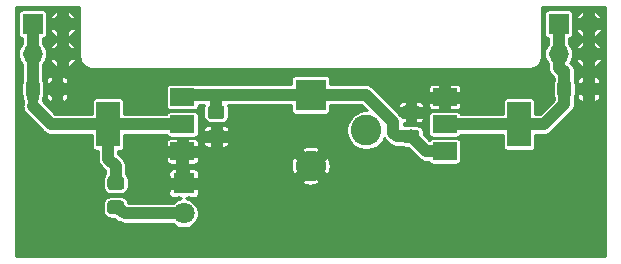
<source format=gbr>
G04 #@! TF.GenerationSoftware,KiCad,Pcbnew,(5.1.4)-1*
G04 #@! TF.CreationDate,2019-09-27T14:23:10+09:00*
G04 #@! TF.ProjectId,project 02,70726f6a-6563-4742-9030-322e6b696361,1*
G04 #@! TF.SameCoordinates,Original*
G04 #@! TF.FileFunction,Copper,L1,Top*
G04 #@! TF.FilePolarity,Positive*
%FSLAX46Y46*%
G04 Gerber Fmt 4.6, Leading zero omitted, Abs format (unit mm)*
G04 Created by KiCad (PCBNEW (5.1.4)-1) date 2019-09-27 14:23:10*
%MOMM*%
%LPD*%
G04 APERTURE LIST*
%ADD10C,0.100000*%
%ADD11C,1.150000*%
%ADD12R,1.800000X1.800000*%
%ADD13C,1.800000*%
%ADD14O,1.700000X1.700000*%
%ADD15R,1.700000X1.700000*%
%ADD16R,2.600000X2.600000*%
%ADD17C,2.600000*%
%ADD18R,2.000000X3.800000*%
%ADD19R,2.000000X1.500000*%
%ADD20C,0.800000*%
%ADD21C,1.000000*%
%ADD22C,0.250000*%
%ADD23C,0.254000*%
G04 APERTURE END LIST*
D10*
G36*
X138974505Y-40451204D02*
G01*
X138998773Y-40454804D01*
X139022572Y-40460765D01*
X139045671Y-40469030D01*
X139067850Y-40479520D01*
X139088893Y-40492132D01*
X139108599Y-40506747D01*
X139126777Y-40523223D01*
X139143253Y-40541401D01*
X139157868Y-40561107D01*
X139170480Y-40582150D01*
X139180970Y-40604329D01*
X139189235Y-40627428D01*
X139195196Y-40651227D01*
X139198796Y-40675495D01*
X139200000Y-40699999D01*
X139200000Y-41350001D01*
X139198796Y-41374505D01*
X139195196Y-41398773D01*
X139189235Y-41422572D01*
X139180970Y-41445671D01*
X139170480Y-41467850D01*
X139157868Y-41488893D01*
X139143253Y-41508599D01*
X139126777Y-41526777D01*
X139108599Y-41543253D01*
X139088893Y-41557868D01*
X139067850Y-41570480D01*
X139045671Y-41580970D01*
X139022572Y-41589235D01*
X138998773Y-41595196D01*
X138974505Y-41598796D01*
X138950001Y-41600000D01*
X138049999Y-41600000D01*
X138025495Y-41598796D01*
X138001227Y-41595196D01*
X137977428Y-41589235D01*
X137954329Y-41580970D01*
X137932150Y-41570480D01*
X137911107Y-41557868D01*
X137891401Y-41543253D01*
X137873223Y-41526777D01*
X137856747Y-41508599D01*
X137842132Y-41488893D01*
X137829520Y-41467850D01*
X137819030Y-41445671D01*
X137810765Y-41422572D01*
X137804804Y-41398773D01*
X137801204Y-41374505D01*
X137800000Y-41350001D01*
X137800000Y-40699999D01*
X137801204Y-40675495D01*
X137804804Y-40651227D01*
X137810765Y-40627428D01*
X137819030Y-40604329D01*
X137829520Y-40582150D01*
X137842132Y-40561107D01*
X137856747Y-40541401D01*
X137873223Y-40523223D01*
X137891401Y-40506747D01*
X137911107Y-40492132D01*
X137932150Y-40479520D01*
X137954329Y-40469030D01*
X137977428Y-40460765D01*
X138001227Y-40454804D01*
X138025495Y-40451204D01*
X138049999Y-40450000D01*
X138950001Y-40450000D01*
X138974505Y-40451204D01*
X138974505Y-40451204D01*
G37*
D11*
X138500000Y-41025000D03*
D10*
G36*
X138974505Y-38401204D02*
G01*
X138998773Y-38404804D01*
X139022572Y-38410765D01*
X139045671Y-38419030D01*
X139067850Y-38429520D01*
X139088893Y-38442132D01*
X139108599Y-38456747D01*
X139126777Y-38473223D01*
X139143253Y-38491401D01*
X139157868Y-38511107D01*
X139170480Y-38532150D01*
X139180970Y-38554329D01*
X139189235Y-38577428D01*
X139195196Y-38601227D01*
X139198796Y-38625495D01*
X139200000Y-38649999D01*
X139200000Y-39300001D01*
X139198796Y-39324505D01*
X139195196Y-39348773D01*
X139189235Y-39372572D01*
X139180970Y-39395671D01*
X139170480Y-39417850D01*
X139157868Y-39438893D01*
X139143253Y-39458599D01*
X139126777Y-39476777D01*
X139108599Y-39493253D01*
X139088893Y-39507868D01*
X139067850Y-39520480D01*
X139045671Y-39530970D01*
X139022572Y-39539235D01*
X138998773Y-39545196D01*
X138974505Y-39548796D01*
X138950001Y-39550000D01*
X138049999Y-39550000D01*
X138025495Y-39548796D01*
X138001227Y-39545196D01*
X137977428Y-39539235D01*
X137954329Y-39530970D01*
X137932150Y-39520480D01*
X137911107Y-39507868D01*
X137891401Y-39493253D01*
X137873223Y-39476777D01*
X137856747Y-39458599D01*
X137842132Y-39438893D01*
X137829520Y-39417850D01*
X137819030Y-39395671D01*
X137810765Y-39372572D01*
X137804804Y-39348773D01*
X137801204Y-39324505D01*
X137800000Y-39300001D01*
X137800000Y-38649999D01*
X137801204Y-38625495D01*
X137804804Y-38601227D01*
X137810765Y-38577428D01*
X137819030Y-38554329D01*
X137829520Y-38532150D01*
X137842132Y-38511107D01*
X137856747Y-38491401D01*
X137873223Y-38473223D01*
X137891401Y-38456747D01*
X137911107Y-38442132D01*
X137932150Y-38429520D01*
X137954329Y-38419030D01*
X137977428Y-38410765D01*
X138001227Y-38404804D01*
X138025495Y-38401204D01*
X138049999Y-38400000D01*
X138950001Y-38400000D01*
X138974505Y-38401204D01*
X138974505Y-38401204D01*
G37*
D11*
X138500000Y-38975000D03*
D10*
G36*
X151824505Y-36301204D02*
G01*
X151848773Y-36304804D01*
X151872572Y-36310765D01*
X151895671Y-36319030D01*
X151917850Y-36329520D01*
X151938893Y-36342132D01*
X151958599Y-36356747D01*
X151976777Y-36373223D01*
X151993253Y-36391401D01*
X152007868Y-36411107D01*
X152020480Y-36432150D01*
X152030970Y-36454329D01*
X152039235Y-36477428D01*
X152045196Y-36501227D01*
X152048796Y-36525495D01*
X152050000Y-36549999D01*
X152050000Y-37450001D01*
X152048796Y-37474505D01*
X152045196Y-37498773D01*
X152039235Y-37522572D01*
X152030970Y-37545671D01*
X152020480Y-37567850D01*
X152007868Y-37588893D01*
X151993253Y-37608599D01*
X151976777Y-37626777D01*
X151958599Y-37643253D01*
X151938893Y-37657868D01*
X151917850Y-37670480D01*
X151895671Y-37680970D01*
X151872572Y-37689235D01*
X151848773Y-37695196D01*
X151824505Y-37698796D01*
X151800001Y-37700000D01*
X151149999Y-37700000D01*
X151125495Y-37698796D01*
X151101227Y-37695196D01*
X151077428Y-37689235D01*
X151054329Y-37680970D01*
X151032150Y-37670480D01*
X151011107Y-37657868D01*
X150991401Y-37643253D01*
X150973223Y-37626777D01*
X150956747Y-37608599D01*
X150942132Y-37588893D01*
X150929520Y-37567850D01*
X150919030Y-37545671D01*
X150910765Y-37522572D01*
X150904804Y-37498773D01*
X150901204Y-37474505D01*
X150900000Y-37450001D01*
X150900000Y-36549999D01*
X150901204Y-36525495D01*
X150904804Y-36501227D01*
X150910765Y-36477428D01*
X150919030Y-36454329D01*
X150929520Y-36432150D01*
X150942132Y-36411107D01*
X150956747Y-36391401D01*
X150973223Y-36373223D01*
X150991401Y-36356747D01*
X151011107Y-36342132D01*
X151032150Y-36329520D01*
X151054329Y-36319030D01*
X151077428Y-36310765D01*
X151101227Y-36304804D01*
X151125495Y-36301204D01*
X151149999Y-36300000D01*
X151800001Y-36300000D01*
X151824505Y-36301204D01*
X151824505Y-36301204D01*
G37*
D11*
X151475000Y-37000000D03*
D10*
G36*
X153874505Y-36301204D02*
G01*
X153898773Y-36304804D01*
X153922572Y-36310765D01*
X153945671Y-36319030D01*
X153967850Y-36329520D01*
X153988893Y-36342132D01*
X154008599Y-36356747D01*
X154026777Y-36373223D01*
X154043253Y-36391401D01*
X154057868Y-36411107D01*
X154070480Y-36432150D01*
X154080970Y-36454329D01*
X154089235Y-36477428D01*
X154095196Y-36501227D01*
X154098796Y-36525495D01*
X154100000Y-36549999D01*
X154100000Y-37450001D01*
X154098796Y-37474505D01*
X154095196Y-37498773D01*
X154089235Y-37522572D01*
X154080970Y-37545671D01*
X154070480Y-37567850D01*
X154057868Y-37588893D01*
X154043253Y-37608599D01*
X154026777Y-37626777D01*
X154008599Y-37643253D01*
X153988893Y-37657868D01*
X153967850Y-37670480D01*
X153945671Y-37680970D01*
X153922572Y-37689235D01*
X153898773Y-37695196D01*
X153874505Y-37698796D01*
X153850001Y-37700000D01*
X153199999Y-37700000D01*
X153175495Y-37698796D01*
X153151227Y-37695196D01*
X153127428Y-37689235D01*
X153104329Y-37680970D01*
X153082150Y-37670480D01*
X153061107Y-37657868D01*
X153041401Y-37643253D01*
X153023223Y-37626777D01*
X153006747Y-37608599D01*
X152992132Y-37588893D01*
X152979520Y-37567850D01*
X152969030Y-37545671D01*
X152960765Y-37522572D01*
X152954804Y-37498773D01*
X152951204Y-37474505D01*
X152950000Y-37450001D01*
X152950000Y-36549999D01*
X152951204Y-36525495D01*
X152954804Y-36501227D01*
X152960765Y-36477428D01*
X152969030Y-36454329D01*
X152979520Y-36432150D01*
X152992132Y-36411107D01*
X153006747Y-36391401D01*
X153023223Y-36373223D01*
X153041401Y-36356747D01*
X153061107Y-36342132D01*
X153082150Y-36329520D01*
X153104329Y-36319030D01*
X153127428Y-36310765D01*
X153151227Y-36304804D01*
X153175495Y-36301204D01*
X153199999Y-36300000D01*
X153850001Y-36300000D01*
X153874505Y-36301204D01*
X153874505Y-36301204D01*
G37*
D11*
X153525000Y-37000000D03*
D10*
G36*
X122474505Y-40451204D02*
G01*
X122498773Y-40454804D01*
X122522572Y-40460765D01*
X122545671Y-40469030D01*
X122567850Y-40479520D01*
X122588893Y-40492132D01*
X122608599Y-40506747D01*
X122626777Y-40523223D01*
X122643253Y-40541401D01*
X122657868Y-40561107D01*
X122670480Y-40582150D01*
X122680970Y-40604329D01*
X122689235Y-40627428D01*
X122695196Y-40651227D01*
X122698796Y-40675495D01*
X122700000Y-40699999D01*
X122700000Y-41350001D01*
X122698796Y-41374505D01*
X122695196Y-41398773D01*
X122689235Y-41422572D01*
X122680970Y-41445671D01*
X122670480Y-41467850D01*
X122657868Y-41488893D01*
X122643253Y-41508599D01*
X122626777Y-41526777D01*
X122608599Y-41543253D01*
X122588893Y-41557868D01*
X122567850Y-41570480D01*
X122545671Y-41580970D01*
X122522572Y-41589235D01*
X122498773Y-41595196D01*
X122474505Y-41598796D01*
X122450001Y-41600000D01*
X121549999Y-41600000D01*
X121525495Y-41598796D01*
X121501227Y-41595196D01*
X121477428Y-41589235D01*
X121454329Y-41580970D01*
X121432150Y-41570480D01*
X121411107Y-41557868D01*
X121391401Y-41543253D01*
X121373223Y-41526777D01*
X121356747Y-41508599D01*
X121342132Y-41488893D01*
X121329520Y-41467850D01*
X121319030Y-41445671D01*
X121310765Y-41422572D01*
X121304804Y-41398773D01*
X121301204Y-41374505D01*
X121300000Y-41350001D01*
X121300000Y-40699999D01*
X121301204Y-40675495D01*
X121304804Y-40651227D01*
X121310765Y-40627428D01*
X121319030Y-40604329D01*
X121329520Y-40582150D01*
X121342132Y-40561107D01*
X121356747Y-40541401D01*
X121373223Y-40523223D01*
X121391401Y-40506747D01*
X121411107Y-40492132D01*
X121432150Y-40479520D01*
X121454329Y-40469030D01*
X121477428Y-40460765D01*
X121501227Y-40454804D01*
X121525495Y-40451204D01*
X121549999Y-40450000D01*
X122450001Y-40450000D01*
X122474505Y-40451204D01*
X122474505Y-40451204D01*
G37*
D11*
X122000000Y-41025000D03*
D10*
G36*
X122474505Y-38401204D02*
G01*
X122498773Y-38404804D01*
X122522572Y-38410765D01*
X122545671Y-38419030D01*
X122567850Y-38429520D01*
X122588893Y-38442132D01*
X122608599Y-38456747D01*
X122626777Y-38473223D01*
X122643253Y-38491401D01*
X122657868Y-38511107D01*
X122670480Y-38532150D01*
X122680970Y-38554329D01*
X122689235Y-38577428D01*
X122695196Y-38601227D01*
X122698796Y-38625495D01*
X122700000Y-38649999D01*
X122700000Y-39300001D01*
X122698796Y-39324505D01*
X122695196Y-39348773D01*
X122689235Y-39372572D01*
X122680970Y-39395671D01*
X122670480Y-39417850D01*
X122657868Y-39438893D01*
X122643253Y-39458599D01*
X122626777Y-39476777D01*
X122608599Y-39493253D01*
X122588893Y-39507868D01*
X122567850Y-39520480D01*
X122545671Y-39530970D01*
X122522572Y-39539235D01*
X122498773Y-39545196D01*
X122474505Y-39548796D01*
X122450001Y-39550000D01*
X121549999Y-39550000D01*
X121525495Y-39548796D01*
X121501227Y-39545196D01*
X121477428Y-39539235D01*
X121454329Y-39530970D01*
X121432150Y-39520480D01*
X121411107Y-39507868D01*
X121391401Y-39493253D01*
X121373223Y-39476777D01*
X121356747Y-39458599D01*
X121342132Y-39438893D01*
X121329520Y-39417850D01*
X121319030Y-39395671D01*
X121310765Y-39372572D01*
X121304804Y-39348773D01*
X121301204Y-39324505D01*
X121300000Y-39300001D01*
X121300000Y-38649999D01*
X121301204Y-38625495D01*
X121304804Y-38601227D01*
X121310765Y-38577428D01*
X121319030Y-38554329D01*
X121329520Y-38532150D01*
X121342132Y-38511107D01*
X121356747Y-38491401D01*
X121373223Y-38473223D01*
X121391401Y-38456747D01*
X121411107Y-38442132D01*
X121432150Y-38429520D01*
X121454329Y-38419030D01*
X121477428Y-38410765D01*
X121501227Y-38404804D01*
X121525495Y-38401204D01*
X121549999Y-38400000D01*
X122450001Y-38400000D01*
X122474505Y-38401204D01*
X122474505Y-38401204D01*
G37*
D11*
X122000000Y-38975000D03*
D10*
G36*
X108874505Y-36301204D02*
G01*
X108898773Y-36304804D01*
X108922572Y-36310765D01*
X108945671Y-36319030D01*
X108967850Y-36329520D01*
X108988893Y-36342132D01*
X109008599Y-36356747D01*
X109026777Y-36373223D01*
X109043253Y-36391401D01*
X109057868Y-36411107D01*
X109070480Y-36432150D01*
X109080970Y-36454329D01*
X109089235Y-36477428D01*
X109095196Y-36501227D01*
X109098796Y-36525495D01*
X109100000Y-36549999D01*
X109100000Y-37450001D01*
X109098796Y-37474505D01*
X109095196Y-37498773D01*
X109089235Y-37522572D01*
X109080970Y-37545671D01*
X109070480Y-37567850D01*
X109057868Y-37588893D01*
X109043253Y-37608599D01*
X109026777Y-37626777D01*
X109008599Y-37643253D01*
X108988893Y-37657868D01*
X108967850Y-37670480D01*
X108945671Y-37680970D01*
X108922572Y-37689235D01*
X108898773Y-37695196D01*
X108874505Y-37698796D01*
X108850001Y-37700000D01*
X108199999Y-37700000D01*
X108175495Y-37698796D01*
X108151227Y-37695196D01*
X108127428Y-37689235D01*
X108104329Y-37680970D01*
X108082150Y-37670480D01*
X108061107Y-37657868D01*
X108041401Y-37643253D01*
X108023223Y-37626777D01*
X108006747Y-37608599D01*
X107992132Y-37588893D01*
X107979520Y-37567850D01*
X107969030Y-37545671D01*
X107960765Y-37522572D01*
X107954804Y-37498773D01*
X107951204Y-37474505D01*
X107950000Y-37450001D01*
X107950000Y-36549999D01*
X107951204Y-36525495D01*
X107954804Y-36501227D01*
X107960765Y-36477428D01*
X107969030Y-36454329D01*
X107979520Y-36432150D01*
X107992132Y-36411107D01*
X108006747Y-36391401D01*
X108023223Y-36373223D01*
X108041401Y-36356747D01*
X108061107Y-36342132D01*
X108082150Y-36329520D01*
X108104329Y-36319030D01*
X108127428Y-36310765D01*
X108151227Y-36304804D01*
X108175495Y-36301204D01*
X108199999Y-36300000D01*
X108850001Y-36300000D01*
X108874505Y-36301204D01*
X108874505Y-36301204D01*
G37*
D11*
X108525000Y-37000000D03*
D10*
G36*
X106824505Y-36301204D02*
G01*
X106848773Y-36304804D01*
X106872572Y-36310765D01*
X106895671Y-36319030D01*
X106917850Y-36329520D01*
X106938893Y-36342132D01*
X106958599Y-36356747D01*
X106976777Y-36373223D01*
X106993253Y-36391401D01*
X107007868Y-36411107D01*
X107020480Y-36432150D01*
X107030970Y-36454329D01*
X107039235Y-36477428D01*
X107045196Y-36501227D01*
X107048796Y-36525495D01*
X107050000Y-36549999D01*
X107050000Y-37450001D01*
X107048796Y-37474505D01*
X107045196Y-37498773D01*
X107039235Y-37522572D01*
X107030970Y-37545671D01*
X107020480Y-37567850D01*
X107007868Y-37588893D01*
X106993253Y-37608599D01*
X106976777Y-37626777D01*
X106958599Y-37643253D01*
X106938893Y-37657868D01*
X106917850Y-37670480D01*
X106895671Y-37680970D01*
X106872572Y-37689235D01*
X106848773Y-37695196D01*
X106824505Y-37698796D01*
X106800001Y-37700000D01*
X106149999Y-37700000D01*
X106125495Y-37698796D01*
X106101227Y-37695196D01*
X106077428Y-37689235D01*
X106054329Y-37680970D01*
X106032150Y-37670480D01*
X106011107Y-37657868D01*
X105991401Y-37643253D01*
X105973223Y-37626777D01*
X105956747Y-37608599D01*
X105942132Y-37588893D01*
X105929520Y-37567850D01*
X105919030Y-37545671D01*
X105910765Y-37522572D01*
X105904804Y-37498773D01*
X105901204Y-37474505D01*
X105900000Y-37450001D01*
X105900000Y-36549999D01*
X105901204Y-36525495D01*
X105904804Y-36501227D01*
X105910765Y-36477428D01*
X105919030Y-36454329D01*
X105929520Y-36432150D01*
X105942132Y-36411107D01*
X105956747Y-36391401D01*
X105973223Y-36373223D01*
X105991401Y-36356747D01*
X106011107Y-36342132D01*
X106032150Y-36329520D01*
X106054329Y-36319030D01*
X106077428Y-36310765D01*
X106101227Y-36304804D01*
X106125495Y-36301204D01*
X106149999Y-36300000D01*
X106800001Y-36300000D01*
X106824505Y-36301204D01*
X106824505Y-36301204D01*
G37*
D11*
X106475000Y-37000000D03*
D12*
X119250000Y-45000000D03*
D13*
X119250000Y-47540000D03*
D14*
X153540000Y-34040000D03*
X153540000Y-31500000D03*
X151000000Y-34040000D03*
D15*
X151000000Y-31500000D03*
D16*
X130000000Y-37500000D03*
D17*
X130000000Y-43500000D03*
X134700000Y-40500000D03*
D15*
X106460000Y-31500000D03*
D14*
X106460000Y-34040000D03*
X109000000Y-31500000D03*
X109000000Y-34040000D03*
D10*
G36*
X113974505Y-44401204D02*
G01*
X113998773Y-44404804D01*
X114022572Y-44410765D01*
X114045671Y-44419030D01*
X114067850Y-44429520D01*
X114088893Y-44442132D01*
X114108599Y-44456747D01*
X114126777Y-44473223D01*
X114143253Y-44491401D01*
X114157868Y-44511107D01*
X114170480Y-44532150D01*
X114180970Y-44554329D01*
X114189235Y-44577428D01*
X114195196Y-44601227D01*
X114198796Y-44625495D01*
X114200000Y-44649999D01*
X114200000Y-45300001D01*
X114198796Y-45324505D01*
X114195196Y-45348773D01*
X114189235Y-45372572D01*
X114180970Y-45395671D01*
X114170480Y-45417850D01*
X114157868Y-45438893D01*
X114143253Y-45458599D01*
X114126777Y-45476777D01*
X114108599Y-45493253D01*
X114088893Y-45507868D01*
X114067850Y-45520480D01*
X114045671Y-45530970D01*
X114022572Y-45539235D01*
X113998773Y-45545196D01*
X113974505Y-45548796D01*
X113950001Y-45550000D01*
X113049999Y-45550000D01*
X113025495Y-45548796D01*
X113001227Y-45545196D01*
X112977428Y-45539235D01*
X112954329Y-45530970D01*
X112932150Y-45520480D01*
X112911107Y-45507868D01*
X112891401Y-45493253D01*
X112873223Y-45476777D01*
X112856747Y-45458599D01*
X112842132Y-45438893D01*
X112829520Y-45417850D01*
X112819030Y-45395671D01*
X112810765Y-45372572D01*
X112804804Y-45348773D01*
X112801204Y-45324505D01*
X112800000Y-45300001D01*
X112800000Y-44649999D01*
X112801204Y-44625495D01*
X112804804Y-44601227D01*
X112810765Y-44577428D01*
X112819030Y-44554329D01*
X112829520Y-44532150D01*
X112842132Y-44511107D01*
X112856747Y-44491401D01*
X112873223Y-44473223D01*
X112891401Y-44456747D01*
X112911107Y-44442132D01*
X112932150Y-44429520D01*
X112954329Y-44419030D01*
X112977428Y-44410765D01*
X113001227Y-44404804D01*
X113025495Y-44401204D01*
X113049999Y-44400000D01*
X113950001Y-44400000D01*
X113974505Y-44401204D01*
X113974505Y-44401204D01*
G37*
D11*
X113500000Y-44975000D03*
D10*
G36*
X113974505Y-46451204D02*
G01*
X113998773Y-46454804D01*
X114022572Y-46460765D01*
X114045671Y-46469030D01*
X114067850Y-46479520D01*
X114088893Y-46492132D01*
X114108599Y-46506747D01*
X114126777Y-46523223D01*
X114143253Y-46541401D01*
X114157868Y-46561107D01*
X114170480Y-46582150D01*
X114180970Y-46604329D01*
X114189235Y-46627428D01*
X114195196Y-46651227D01*
X114198796Y-46675495D01*
X114200000Y-46699999D01*
X114200000Y-47350001D01*
X114198796Y-47374505D01*
X114195196Y-47398773D01*
X114189235Y-47422572D01*
X114180970Y-47445671D01*
X114170480Y-47467850D01*
X114157868Y-47488893D01*
X114143253Y-47508599D01*
X114126777Y-47526777D01*
X114108599Y-47543253D01*
X114088893Y-47557868D01*
X114067850Y-47570480D01*
X114045671Y-47580970D01*
X114022572Y-47589235D01*
X113998773Y-47595196D01*
X113974505Y-47598796D01*
X113950001Y-47600000D01*
X113049999Y-47600000D01*
X113025495Y-47598796D01*
X113001227Y-47595196D01*
X112977428Y-47589235D01*
X112954329Y-47580970D01*
X112932150Y-47570480D01*
X112911107Y-47557868D01*
X112891401Y-47543253D01*
X112873223Y-47526777D01*
X112856747Y-47508599D01*
X112842132Y-47488893D01*
X112829520Y-47467850D01*
X112819030Y-47445671D01*
X112810765Y-47422572D01*
X112804804Y-47398773D01*
X112801204Y-47374505D01*
X112800000Y-47350001D01*
X112800000Y-46699999D01*
X112801204Y-46675495D01*
X112804804Y-46651227D01*
X112810765Y-46627428D01*
X112819030Y-46604329D01*
X112829520Y-46582150D01*
X112842132Y-46561107D01*
X112856747Y-46541401D01*
X112873223Y-46523223D01*
X112891401Y-46506747D01*
X112911107Y-46492132D01*
X112932150Y-46479520D01*
X112954329Y-46469030D01*
X112977428Y-46460765D01*
X113001227Y-46454804D01*
X113025495Y-46451204D01*
X113049999Y-46450000D01*
X113950001Y-46450000D01*
X113974505Y-46451204D01*
X113974505Y-46451204D01*
G37*
D11*
X113500000Y-47025000D03*
D18*
X147650000Y-40000000D03*
D19*
X141350000Y-40000000D03*
X141350000Y-42300000D03*
X141350000Y-37700000D03*
X119150000Y-42300000D03*
X119150000Y-37700000D03*
X119150000Y-40000000D03*
D18*
X112850000Y-40000000D03*
D20*
X112250000Y-35750000D03*
X115750000Y-35750000D03*
X119250000Y-35750000D03*
X122750000Y-35750000D03*
X126250000Y-35750000D03*
X133750000Y-35750000D03*
X137750000Y-35750000D03*
X141250000Y-35750000D03*
X144750000Y-35750000D03*
X148250000Y-35750000D03*
X154500000Y-44250000D03*
X154500000Y-47500000D03*
X154500000Y-50750000D03*
X150500000Y-50750000D03*
X146750000Y-50750000D03*
X142750000Y-50750000D03*
X123250000Y-50750000D03*
X120250000Y-50750000D03*
X108500000Y-48500000D03*
X105500000Y-48500000D03*
X105500000Y-45500000D03*
X111500000Y-48500000D03*
X105500000Y-42500000D03*
D21*
X139775000Y-42300000D02*
X138500000Y-41025000D01*
X141350000Y-42300000D02*
X139775000Y-42300000D01*
X138500000Y-41025000D02*
X137275000Y-41025000D01*
X137275000Y-41025000D02*
X137000000Y-40750000D01*
X132300000Y-37500000D02*
X130000000Y-37500000D01*
X134660002Y-37500000D02*
X132300000Y-37500000D01*
X137000000Y-39839998D02*
X134660002Y-37500000D01*
X137000000Y-40750000D02*
X137000000Y-39839998D01*
X119350000Y-37500000D02*
X119150000Y-37700000D01*
X122000000Y-38975000D02*
X122000000Y-37500000D01*
X130000000Y-37500000D02*
X122000000Y-37500000D01*
X122000000Y-37500000D02*
X119350000Y-37500000D01*
X153540000Y-31500000D02*
X153540000Y-34040000D01*
X153540000Y-36985000D02*
X153525000Y-37000000D01*
X153540000Y-34040000D02*
X153540000Y-36985000D01*
X119150000Y-44900000D02*
X119250000Y-45000000D01*
X119150000Y-42300000D02*
X119150000Y-44900000D01*
X151000000Y-31500000D02*
X151000000Y-34040000D01*
X151475000Y-37000000D02*
X151475000Y-38275000D01*
X149750000Y-40000000D02*
X147650000Y-40000000D01*
X151475000Y-38275000D02*
X149750000Y-40000000D01*
X147650000Y-40000000D02*
X141350000Y-40000000D01*
X151475000Y-37000000D02*
X151475000Y-35525000D01*
X151000000Y-35242081D02*
X151000000Y-34040000D01*
X151282919Y-35525000D02*
X151000000Y-35242081D01*
X151475000Y-35525000D02*
X151282919Y-35525000D01*
X106460000Y-31500000D02*
X106460000Y-34040000D01*
X106460000Y-36985000D02*
X106475000Y-37000000D01*
X106460000Y-34040000D02*
X106460000Y-36985000D01*
X106475000Y-37000000D02*
X106475000Y-37800000D01*
X112850000Y-40000000D02*
X119150000Y-40000000D01*
X113500000Y-43550000D02*
X113500000Y-44975000D01*
X112850000Y-40000000D02*
X112850000Y-42900000D01*
X112850000Y-42900000D02*
X113500000Y-43550000D01*
D22*
X106475000Y-37800000D02*
X106475000Y-37975000D01*
D21*
X110850000Y-40000000D02*
X112850000Y-40000000D01*
D22*
X106475000Y-37800000D02*
X106475000Y-38475000D01*
D21*
X108000000Y-40000000D02*
X110850000Y-40000000D01*
X106475000Y-38475000D02*
X108000000Y-40000000D01*
X113500000Y-47025000D02*
X114256744Y-47540000D01*
X114256744Y-47540000D02*
X119250000Y-47540000D01*
D23*
G36*
X110419001Y-34278540D02*
G01*
X110421424Y-34303141D01*
X110421403Y-34306148D01*
X110422195Y-34314221D01*
X110427290Y-34362698D01*
X110427408Y-34363896D01*
X110427420Y-34363936D01*
X110432395Y-34411270D01*
X110442986Y-34462867D01*
X110452851Y-34514579D01*
X110455195Y-34522345D01*
X110484051Y-34615564D01*
X110504457Y-34664107D01*
X110524185Y-34712935D01*
X110527994Y-34720098D01*
X110574406Y-34805936D01*
X110603880Y-34849632D01*
X110632687Y-34893653D01*
X110637810Y-34899935D01*
X110637814Y-34899941D01*
X110637819Y-34899946D01*
X110700015Y-34975129D01*
X110737365Y-35012219D01*
X110774220Y-35049854D01*
X110780470Y-35055025D01*
X110856091Y-35116701D01*
X110899961Y-35145848D01*
X110943408Y-35175596D01*
X110950544Y-35179455D01*
X111036705Y-35225267D01*
X111085409Y-35245341D01*
X111133786Y-35266076D01*
X111141536Y-35268475D01*
X111141540Y-35268477D01*
X111141545Y-35268478D01*
X111234953Y-35296680D01*
X111286617Y-35306910D01*
X111338122Y-35317857D01*
X111346179Y-35318704D01*
X111346185Y-35318705D01*
X111346190Y-35318705D01*
X111443047Y-35328201D01*
X111471460Y-35331000D01*
X148528540Y-35331000D01*
X148553150Y-35328576D01*
X148556148Y-35328597D01*
X148564221Y-35327805D01*
X148612546Y-35322726D01*
X148613896Y-35322593D01*
X148613941Y-35322579D01*
X148661270Y-35317605D01*
X148712867Y-35307014D01*
X148764579Y-35297149D01*
X148772345Y-35294805D01*
X148865564Y-35265949D01*
X148914107Y-35245543D01*
X148962935Y-35225815D01*
X148970091Y-35222010D01*
X148970095Y-35222008D01*
X148970098Y-35222006D01*
X149055936Y-35175594D01*
X149099632Y-35146120D01*
X149143653Y-35117313D01*
X149149938Y-35112188D01*
X149149941Y-35112186D01*
X149149946Y-35112181D01*
X149225129Y-35049985D01*
X149262219Y-35012635D01*
X149299854Y-34975780D01*
X149305025Y-34969530D01*
X149366701Y-34893909D01*
X149395848Y-34850039D01*
X149425596Y-34806592D01*
X149429455Y-34799456D01*
X149475267Y-34713295D01*
X149495341Y-34664591D01*
X149516076Y-34616214D01*
X149518475Y-34608465D01*
X149546680Y-34515047D01*
X149556910Y-34463383D01*
X149567857Y-34411878D01*
X149568704Y-34403821D01*
X149568705Y-34403815D01*
X149568705Y-34403810D01*
X149578227Y-34306693D01*
X149581000Y-34278540D01*
X149581000Y-30081000D01*
X154919000Y-30081000D01*
X154919001Y-51169000D01*
X105081000Y-51169000D01*
X105081000Y-46699999D01*
X112417157Y-46699999D01*
X112417157Y-47350001D01*
X112429317Y-47473462D01*
X112465329Y-47592179D01*
X112523810Y-47701589D01*
X112602512Y-47797488D01*
X112698411Y-47876190D01*
X112807821Y-47934671D01*
X112926538Y-47970683D01*
X113049999Y-47982843D01*
X113341571Y-47982843D01*
X113728404Y-48246101D01*
X113764919Y-48276068D01*
X113838138Y-48315204D01*
X113911027Y-48354965D01*
X113914635Y-48356093D01*
X113917969Y-48357875D01*
X113997480Y-48381995D01*
X114076662Y-48406751D01*
X114080415Y-48407153D01*
X114084038Y-48408252D01*
X114166791Y-48416402D01*
X114249217Y-48425229D01*
X114296254Y-48421000D01*
X118319392Y-48421000D01*
X118433410Y-48535018D01*
X118643219Y-48675207D01*
X118876346Y-48771772D01*
X119123833Y-48821000D01*
X119376167Y-48821000D01*
X119623654Y-48771772D01*
X119856781Y-48675207D01*
X120066590Y-48535018D01*
X120245018Y-48356590D01*
X120385207Y-48146781D01*
X120481772Y-47913654D01*
X120531000Y-47666167D01*
X120531000Y-47413833D01*
X120481772Y-47166346D01*
X120385207Y-46933219D01*
X120245018Y-46723410D01*
X120066590Y-46544982D01*
X119856781Y-46404793D01*
X119623654Y-46308228D01*
X119486769Y-46281000D01*
X119623002Y-46281000D01*
X119623002Y-46185752D01*
X119718250Y-46281000D01*
X120150000Y-46282843D01*
X120224689Y-46275487D01*
X120296508Y-46253701D01*
X120362696Y-46218322D01*
X120420711Y-46170711D01*
X120468322Y-46112696D01*
X120503701Y-46046508D01*
X120525487Y-45974689D01*
X120532843Y-45900000D01*
X120531000Y-45468250D01*
X120435750Y-45373000D01*
X119623000Y-45373000D01*
X119623000Y-45393000D01*
X118877000Y-45393000D01*
X118877000Y-45373000D01*
X118064250Y-45373000D01*
X117969000Y-45468250D01*
X117967157Y-45900000D01*
X117974513Y-45974689D01*
X117996299Y-46046508D01*
X118031678Y-46112696D01*
X118079289Y-46170711D01*
X118137304Y-46218322D01*
X118203492Y-46253701D01*
X118275311Y-46275487D01*
X118350000Y-46282843D01*
X118781750Y-46281000D01*
X118876998Y-46185752D01*
X118876998Y-46281000D01*
X119013231Y-46281000D01*
X118876346Y-46308228D01*
X118643219Y-46404793D01*
X118433410Y-46544982D01*
X118319392Y-46659000D01*
X114578805Y-46659000D01*
X114570683Y-46576538D01*
X114534671Y-46457821D01*
X114476190Y-46348411D01*
X114397488Y-46252512D01*
X114301589Y-46173810D01*
X114192179Y-46115329D01*
X114073462Y-46079317D01*
X113950001Y-46067157D01*
X113049999Y-46067157D01*
X112926538Y-46079317D01*
X112807821Y-46115329D01*
X112698411Y-46173810D01*
X112602512Y-46252512D01*
X112523810Y-46348411D01*
X112465329Y-46457821D01*
X112429317Y-46576538D01*
X112417157Y-46699999D01*
X105081000Y-46699999D01*
X105081000Y-34040000D01*
X105223044Y-34040000D01*
X105246812Y-34281318D01*
X105317202Y-34513363D01*
X105431509Y-34727216D01*
X105579000Y-34906935D01*
X105579001Y-36282243D01*
X105565329Y-36307821D01*
X105529317Y-36426538D01*
X105517157Y-36549999D01*
X105517157Y-37450001D01*
X105529317Y-37573462D01*
X105565329Y-37692179D01*
X105594000Y-37745819D01*
X105594000Y-37843273D01*
X105606749Y-37972706D01*
X105656739Y-38137499D01*
X105606749Y-38302295D01*
X105589738Y-38475000D01*
X105606749Y-38647705D01*
X105657125Y-38813774D01*
X105738932Y-38966825D01*
X105821441Y-39067362D01*
X107346439Y-40592361D01*
X107374025Y-40625975D01*
X107422265Y-40665564D01*
X107508174Y-40736068D01*
X107615196Y-40793272D01*
X107661225Y-40817875D01*
X107827294Y-40868252D01*
X107956727Y-40881000D01*
X107956730Y-40881000D01*
X108000000Y-40885262D01*
X108043270Y-40881000D01*
X111467157Y-40881000D01*
X111467157Y-41900000D01*
X111474513Y-41974689D01*
X111496299Y-42046508D01*
X111531678Y-42112696D01*
X111579289Y-42170711D01*
X111637304Y-42218322D01*
X111703492Y-42253701D01*
X111775311Y-42275487D01*
X111850000Y-42282843D01*
X111969001Y-42282843D01*
X111969001Y-42856720D01*
X111964738Y-42900000D01*
X111981749Y-43072705D01*
X112032125Y-43238774D01*
X112113932Y-43391825D01*
X112147595Y-43432843D01*
X112224026Y-43525975D01*
X112257640Y-43553561D01*
X112619000Y-43914922D01*
X112619000Y-44188980D01*
X112602512Y-44202512D01*
X112523810Y-44298411D01*
X112465329Y-44407821D01*
X112429317Y-44526538D01*
X112417157Y-44649999D01*
X112417157Y-45300001D01*
X112429317Y-45423462D01*
X112465329Y-45542179D01*
X112523810Y-45651589D01*
X112602512Y-45747488D01*
X112698411Y-45826190D01*
X112807821Y-45884671D01*
X112926538Y-45920683D01*
X113049999Y-45932843D01*
X113950001Y-45932843D01*
X114073462Y-45920683D01*
X114192179Y-45884671D01*
X114301589Y-45826190D01*
X114397488Y-45747488D01*
X114476190Y-45651589D01*
X114534671Y-45542179D01*
X114570683Y-45423462D01*
X114582843Y-45300001D01*
X114582843Y-44859501D01*
X129168000Y-44859501D01*
X129333425Y-45052048D01*
X129649023Y-45152267D01*
X129978108Y-45188992D01*
X130308035Y-45160809D01*
X130626123Y-45068803D01*
X130666575Y-45052048D01*
X130832000Y-44859501D01*
X130000000Y-44027502D01*
X129168000Y-44859501D01*
X114582843Y-44859501D01*
X114582843Y-44649999D01*
X114570683Y-44526538D01*
X114534671Y-44407821D01*
X114476190Y-44298411D01*
X114397488Y-44202512D01*
X114381000Y-44188981D01*
X114381000Y-44100000D01*
X117967157Y-44100000D01*
X117969000Y-44531750D01*
X118064250Y-44627000D01*
X118877000Y-44627000D01*
X118877000Y-43814250D01*
X119623000Y-43814250D01*
X119623000Y-44627000D01*
X120435750Y-44627000D01*
X120531000Y-44531750D01*
X120532843Y-44100000D01*
X120525487Y-44025311D01*
X120503701Y-43953492D01*
X120468322Y-43887304D01*
X120420711Y-43829289D01*
X120362696Y-43781678D01*
X120296508Y-43746299D01*
X120224689Y-43724513D01*
X120150000Y-43717157D01*
X119718250Y-43719000D01*
X119623000Y-43814250D01*
X118877000Y-43814250D01*
X118781750Y-43719000D01*
X118350000Y-43717157D01*
X118275311Y-43724513D01*
X118203492Y-43746299D01*
X118137304Y-43781678D01*
X118079289Y-43829289D01*
X118031678Y-43887304D01*
X117996299Y-43953492D01*
X117974513Y-44025311D01*
X117967157Y-44100000D01*
X114381000Y-44100000D01*
X114381000Y-43593270D01*
X114385262Y-43550000D01*
X114378181Y-43478108D01*
X128311008Y-43478108D01*
X128339191Y-43808035D01*
X128431197Y-44126123D01*
X128447952Y-44166575D01*
X128640499Y-44332000D01*
X129472498Y-43500000D01*
X130527502Y-43500000D01*
X131359501Y-44332000D01*
X131552048Y-44166575D01*
X131652267Y-43850977D01*
X131688992Y-43521892D01*
X131660809Y-43191965D01*
X131568803Y-42873877D01*
X131552048Y-42833425D01*
X131359501Y-42668000D01*
X130527502Y-43500000D01*
X129472498Y-43500000D01*
X128640499Y-42668000D01*
X128447952Y-42833425D01*
X128347733Y-43149023D01*
X128311008Y-43478108D01*
X114378181Y-43478108D01*
X114368252Y-43377294D01*
X114317875Y-43211225D01*
X114307580Y-43191965D01*
X114236068Y-43058174D01*
X114229360Y-43050000D01*
X117767157Y-43050000D01*
X117774513Y-43124689D01*
X117796299Y-43196508D01*
X117831678Y-43262696D01*
X117879289Y-43320711D01*
X117937304Y-43368322D01*
X118003492Y-43403701D01*
X118075311Y-43425487D01*
X118150000Y-43432843D01*
X118681750Y-43431000D01*
X118777000Y-43335750D01*
X118777000Y-42673000D01*
X119523000Y-42673000D01*
X119523000Y-43335750D01*
X119618250Y-43431000D01*
X120150000Y-43432843D01*
X120224689Y-43425487D01*
X120296508Y-43403701D01*
X120362696Y-43368322D01*
X120420711Y-43320711D01*
X120468322Y-43262696D01*
X120503701Y-43196508D01*
X120525487Y-43124689D01*
X120532843Y-43050000D01*
X120531000Y-42768250D01*
X120435750Y-42673000D01*
X119523000Y-42673000D01*
X118777000Y-42673000D01*
X117864250Y-42673000D01*
X117769000Y-42768250D01*
X117767157Y-43050000D01*
X114229360Y-43050000D01*
X114153559Y-42957637D01*
X114125975Y-42924025D01*
X114092361Y-42896440D01*
X113731000Y-42535079D01*
X113731000Y-42282843D01*
X113850000Y-42282843D01*
X113924689Y-42275487D01*
X113996508Y-42253701D01*
X114062696Y-42218322D01*
X114120711Y-42170711D01*
X114145504Y-42140499D01*
X129168000Y-42140499D01*
X130000000Y-42972498D01*
X130832000Y-42140499D01*
X130666575Y-41947952D01*
X130350977Y-41847733D01*
X130021892Y-41811008D01*
X129691965Y-41839191D01*
X129373877Y-41931197D01*
X129333425Y-41947952D01*
X129168000Y-42140499D01*
X114145504Y-42140499D01*
X114168322Y-42112696D01*
X114203701Y-42046508D01*
X114225487Y-41974689D01*
X114232843Y-41900000D01*
X114232843Y-41550000D01*
X117767157Y-41550000D01*
X117769000Y-41831750D01*
X117864250Y-41927000D01*
X118777000Y-41927000D01*
X118777000Y-41264250D01*
X119523000Y-41264250D01*
X119523000Y-41927000D01*
X120435750Y-41927000D01*
X120531000Y-41831750D01*
X120532515Y-41600000D01*
X120917157Y-41600000D01*
X120924513Y-41674689D01*
X120946299Y-41746508D01*
X120981678Y-41812696D01*
X121029289Y-41870711D01*
X121087304Y-41918322D01*
X121153492Y-41953701D01*
X121225311Y-41975487D01*
X121300000Y-41982843D01*
X121531750Y-41981000D01*
X121627000Y-41885750D01*
X121627000Y-41398000D01*
X122373000Y-41398000D01*
X122373000Y-41885750D01*
X122468250Y-41981000D01*
X122700000Y-41982843D01*
X122774689Y-41975487D01*
X122846508Y-41953701D01*
X122912696Y-41918322D01*
X122970711Y-41870711D01*
X123018322Y-41812696D01*
X123053701Y-41746508D01*
X123075487Y-41674689D01*
X123082843Y-41600000D01*
X123081000Y-41493250D01*
X122985750Y-41398000D01*
X122373000Y-41398000D01*
X121627000Y-41398000D01*
X121014250Y-41398000D01*
X120919000Y-41493250D01*
X120917157Y-41600000D01*
X120532515Y-41600000D01*
X120532843Y-41550000D01*
X120525487Y-41475311D01*
X120503701Y-41403492D01*
X120468322Y-41337304D01*
X120420711Y-41279289D01*
X120362696Y-41231678D01*
X120296508Y-41196299D01*
X120224689Y-41174513D01*
X120150000Y-41167157D01*
X119618250Y-41169000D01*
X119523000Y-41264250D01*
X118777000Y-41264250D01*
X118681750Y-41169000D01*
X118150000Y-41167157D01*
X118075311Y-41174513D01*
X118003492Y-41196299D01*
X117937304Y-41231678D01*
X117879289Y-41279289D01*
X117831678Y-41337304D01*
X117796299Y-41403492D01*
X117774513Y-41475311D01*
X117767157Y-41550000D01*
X114232843Y-41550000D01*
X114232843Y-40881000D01*
X117791595Y-40881000D01*
X117796299Y-40896508D01*
X117831678Y-40962696D01*
X117879289Y-41020711D01*
X117937304Y-41068322D01*
X118003492Y-41103701D01*
X118075311Y-41125487D01*
X118150000Y-41132843D01*
X120150000Y-41132843D01*
X120224689Y-41125487D01*
X120296508Y-41103701D01*
X120362696Y-41068322D01*
X120420711Y-41020711D01*
X120468322Y-40962696D01*
X120503701Y-40896508D01*
X120525487Y-40824689D01*
X120532843Y-40750000D01*
X120532843Y-40450000D01*
X120917157Y-40450000D01*
X120919000Y-40556750D01*
X121014250Y-40652000D01*
X121627000Y-40652000D01*
X121627000Y-40164250D01*
X122373000Y-40164250D01*
X122373000Y-40652000D01*
X122985750Y-40652000D01*
X123081000Y-40556750D01*
X123082843Y-40450000D01*
X123075487Y-40375311D01*
X123053701Y-40303492D01*
X123018322Y-40237304D01*
X122970711Y-40179289D01*
X122912696Y-40131678D01*
X122846508Y-40096299D01*
X122774689Y-40074513D01*
X122700000Y-40067157D01*
X122468250Y-40069000D01*
X122373000Y-40164250D01*
X121627000Y-40164250D01*
X121531750Y-40069000D01*
X121300000Y-40067157D01*
X121225311Y-40074513D01*
X121153492Y-40096299D01*
X121087304Y-40131678D01*
X121029289Y-40179289D01*
X120981678Y-40237304D01*
X120946299Y-40303492D01*
X120924513Y-40375311D01*
X120917157Y-40450000D01*
X120532843Y-40450000D01*
X120532843Y-39250000D01*
X120525487Y-39175311D01*
X120503701Y-39103492D01*
X120468322Y-39037304D01*
X120420711Y-38979289D01*
X120362696Y-38931678D01*
X120296508Y-38896299D01*
X120224689Y-38874513D01*
X120150000Y-38867157D01*
X118150000Y-38867157D01*
X118075311Y-38874513D01*
X118003492Y-38896299D01*
X117937304Y-38931678D01*
X117879289Y-38979289D01*
X117831678Y-39037304D01*
X117796299Y-39103492D01*
X117791595Y-39119000D01*
X114232843Y-39119000D01*
X114232843Y-38100000D01*
X114225487Y-38025311D01*
X114203701Y-37953492D01*
X114168322Y-37887304D01*
X114120711Y-37829289D01*
X114062696Y-37781678D01*
X113996508Y-37746299D01*
X113924689Y-37724513D01*
X113850000Y-37717157D01*
X111850000Y-37717157D01*
X111775311Y-37724513D01*
X111703492Y-37746299D01*
X111637304Y-37781678D01*
X111579289Y-37829289D01*
X111531678Y-37887304D01*
X111496299Y-37953492D01*
X111474513Y-38025311D01*
X111467157Y-38100000D01*
X111467157Y-39119000D01*
X108364922Y-39119000D01*
X107314246Y-38068325D01*
X107343252Y-37972706D01*
X107356000Y-37843273D01*
X107356000Y-37745819D01*
X107380490Y-37700000D01*
X107567157Y-37700000D01*
X107574513Y-37774689D01*
X107596299Y-37846508D01*
X107631678Y-37912696D01*
X107679289Y-37970711D01*
X107737304Y-38018322D01*
X107803492Y-38053701D01*
X107875311Y-38075487D01*
X107950000Y-38082843D01*
X108056750Y-38081000D01*
X108152000Y-37985750D01*
X108152000Y-37373000D01*
X108898000Y-37373000D01*
X108898000Y-37985750D01*
X108993250Y-38081000D01*
X109100000Y-38082843D01*
X109174689Y-38075487D01*
X109246508Y-38053701D01*
X109312696Y-38018322D01*
X109370711Y-37970711D01*
X109418322Y-37912696D01*
X109453701Y-37846508D01*
X109475487Y-37774689D01*
X109482843Y-37700000D01*
X109481000Y-37468250D01*
X109385750Y-37373000D01*
X108898000Y-37373000D01*
X108152000Y-37373000D01*
X107664250Y-37373000D01*
X107569000Y-37468250D01*
X107567157Y-37700000D01*
X107380490Y-37700000D01*
X107384671Y-37692179D01*
X107420683Y-37573462D01*
X107432843Y-37450001D01*
X107432843Y-36950000D01*
X117767157Y-36950000D01*
X117767157Y-38450000D01*
X117774513Y-38524689D01*
X117796299Y-38596508D01*
X117831678Y-38662696D01*
X117879289Y-38720711D01*
X117937304Y-38768322D01*
X118003492Y-38803701D01*
X118075311Y-38825487D01*
X118150000Y-38832843D01*
X120150000Y-38832843D01*
X120224689Y-38825487D01*
X120296508Y-38803701D01*
X120362696Y-38768322D01*
X120420711Y-38720711D01*
X120468322Y-38662696D01*
X120503701Y-38596508D01*
X120525487Y-38524689D01*
X120532843Y-38450000D01*
X120532843Y-38381000D01*
X120979665Y-38381000D01*
X120965329Y-38407821D01*
X120929317Y-38526538D01*
X120917157Y-38649999D01*
X120917157Y-39300001D01*
X120929317Y-39423462D01*
X120965329Y-39542179D01*
X121023810Y-39651589D01*
X121102512Y-39747488D01*
X121198411Y-39826190D01*
X121307821Y-39884671D01*
X121426538Y-39920683D01*
X121549999Y-39932843D01*
X122450001Y-39932843D01*
X122573462Y-39920683D01*
X122692179Y-39884671D01*
X122801589Y-39826190D01*
X122897488Y-39747488D01*
X122976190Y-39651589D01*
X123034671Y-39542179D01*
X123070683Y-39423462D01*
X123082843Y-39300001D01*
X123082843Y-38649999D01*
X123070683Y-38526538D01*
X123034671Y-38407821D01*
X123020335Y-38381000D01*
X128317157Y-38381000D01*
X128317157Y-38800000D01*
X128324513Y-38874689D01*
X128346299Y-38946508D01*
X128381678Y-39012696D01*
X128429289Y-39070711D01*
X128487304Y-39118322D01*
X128553492Y-39153701D01*
X128625311Y-39175487D01*
X128700000Y-39182843D01*
X131300000Y-39182843D01*
X131374689Y-39175487D01*
X131446508Y-39153701D01*
X131512696Y-39118322D01*
X131570711Y-39070711D01*
X131618322Y-39012696D01*
X131653701Y-38946508D01*
X131675487Y-38874689D01*
X131682843Y-38800000D01*
X131682843Y-38381000D01*
X134295081Y-38381000D01*
X134733081Y-38819000D01*
X134534436Y-38819000D01*
X134209670Y-38883600D01*
X133903748Y-39010317D01*
X133628425Y-39194282D01*
X133394282Y-39428425D01*
X133210317Y-39703748D01*
X133083600Y-40009670D01*
X133019000Y-40334436D01*
X133019000Y-40665564D01*
X133083600Y-40990330D01*
X133210317Y-41296252D01*
X133394282Y-41571575D01*
X133628425Y-41805718D01*
X133903748Y-41989683D01*
X134209670Y-42116400D01*
X134534436Y-42181000D01*
X134865564Y-42181000D01*
X135190330Y-42116400D01*
X135496252Y-41989683D01*
X135771575Y-41805718D01*
X136005718Y-41571575D01*
X136189683Y-41296252D01*
X136234802Y-41187326D01*
X136263932Y-41241825D01*
X136282336Y-41264250D01*
X136374025Y-41375975D01*
X136407645Y-41403566D01*
X136621434Y-41617355D01*
X136649025Y-41650975D01*
X136783175Y-41761068D01*
X136936225Y-41842875D01*
X137102294Y-41893252D01*
X137231727Y-41906000D01*
X137231730Y-41906000D01*
X137275000Y-41910262D01*
X137318270Y-41906000D01*
X137754181Y-41906000D01*
X137807821Y-41934671D01*
X137926538Y-41970683D01*
X138049999Y-41982843D01*
X138211922Y-41982843D01*
X139121439Y-42892361D01*
X139149025Y-42925975D01*
X139182637Y-42953559D01*
X139283174Y-43036068D01*
X139324532Y-43058174D01*
X139436225Y-43117875D01*
X139602294Y-43168252D01*
X139731727Y-43181000D01*
X139731729Y-43181000D01*
X139774999Y-43185262D01*
X139818269Y-43181000D01*
X139991595Y-43181000D01*
X139996299Y-43196508D01*
X140031678Y-43262696D01*
X140079289Y-43320711D01*
X140137304Y-43368322D01*
X140203492Y-43403701D01*
X140275311Y-43425487D01*
X140350000Y-43432843D01*
X142350000Y-43432843D01*
X142424689Y-43425487D01*
X142496508Y-43403701D01*
X142562696Y-43368322D01*
X142620711Y-43320711D01*
X142668322Y-43262696D01*
X142703701Y-43196508D01*
X142725487Y-43124689D01*
X142732843Y-43050000D01*
X142732843Y-41550000D01*
X142725487Y-41475311D01*
X142703701Y-41403492D01*
X142668322Y-41337304D01*
X142620711Y-41279289D01*
X142562696Y-41231678D01*
X142496508Y-41196299D01*
X142424689Y-41174513D01*
X142350000Y-41167157D01*
X140350000Y-41167157D01*
X140275311Y-41174513D01*
X140203492Y-41196299D01*
X140137304Y-41231678D01*
X140079289Y-41279289D01*
X140043644Y-41322723D01*
X139582843Y-40861922D01*
X139582843Y-40699999D01*
X139570683Y-40576538D01*
X139534671Y-40457821D01*
X139476190Y-40348411D01*
X139397488Y-40252512D01*
X139301589Y-40173810D01*
X139192179Y-40115329D01*
X139073462Y-40079317D01*
X138950001Y-40067157D01*
X138049999Y-40067157D01*
X137926538Y-40079317D01*
X137881000Y-40093131D01*
X137881000Y-39932199D01*
X138031750Y-39931000D01*
X138127000Y-39835750D01*
X138127000Y-39348000D01*
X138873000Y-39348000D01*
X138873000Y-39835750D01*
X138968250Y-39931000D01*
X139200000Y-39932843D01*
X139274689Y-39925487D01*
X139346508Y-39903701D01*
X139412696Y-39868322D01*
X139470711Y-39820711D01*
X139518322Y-39762696D01*
X139553701Y-39696508D01*
X139575487Y-39624689D01*
X139582843Y-39550000D01*
X139581000Y-39443250D01*
X139485750Y-39348000D01*
X138873000Y-39348000D01*
X138127000Y-39348000D01*
X137735927Y-39348000D01*
X137655500Y-39250000D01*
X139967157Y-39250000D01*
X139967157Y-40750000D01*
X139974513Y-40824689D01*
X139996299Y-40896508D01*
X140031678Y-40962696D01*
X140079289Y-41020711D01*
X140137304Y-41068322D01*
X140203492Y-41103701D01*
X140275311Y-41125487D01*
X140350000Y-41132843D01*
X142350000Y-41132843D01*
X142424689Y-41125487D01*
X142496508Y-41103701D01*
X142562696Y-41068322D01*
X142620711Y-41020711D01*
X142668322Y-40962696D01*
X142703701Y-40896508D01*
X142708405Y-40881000D01*
X146267157Y-40881000D01*
X146267157Y-41900000D01*
X146274513Y-41974689D01*
X146296299Y-42046508D01*
X146331678Y-42112696D01*
X146379289Y-42170711D01*
X146437304Y-42218322D01*
X146503492Y-42253701D01*
X146575311Y-42275487D01*
X146650000Y-42282843D01*
X148650000Y-42282843D01*
X148724689Y-42275487D01*
X148796508Y-42253701D01*
X148862696Y-42218322D01*
X148920711Y-42170711D01*
X148968322Y-42112696D01*
X149003701Y-42046508D01*
X149025487Y-41974689D01*
X149032843Y-41900000D01*
X149032843Y-40881000D01*
X149706730Y-40881000D01*
X149750000Y-40885262D01*
X149793270Y-40881000D01*
X149793273Y-40881000D01*
X149922706Y-40868252D01*
X150088775Y-40817875D01*
X150241825Y-40736068D01*
X150375975Y-40625975D01*
X150403566Y-40592355D01*
X152067361Y-38928561D01*
X152100975Y-38900975D01*
X152162926Y-38825487D01*
X152211068Y-38766826D01*
X152274739Y-38647705D01*
X152292875Y-38613775D01*
X152343252Y-38447706D01*
X152356000Y-38318273D01*
X152356000Y-38318271D01*
X152360262Y-38275001D01*
X152356000Y-38231731D01*
X152356000Y-37745819D01*
X152380490Y-37700000D01*
X152567157Y-37700000D01*
X152574513Y-37774689D01*
X152596299Y-37846508D01*
X152631678Y-37912696D01*
X152679289Y-37970711D01*
X152737304Y-38018322D01*
X152803492Y-38053701D01*
X152875311Y-38075487D01*
X152950000Y-38082843D01*
X153056750Y-38081000D01*
X153152000Y-37985750D01*
X153152000Y-37373000D01*
X153898000Y-37373000D01*
X153898000Y-37985750D01*
X153993250Y-38081000D01*
X154100000Y-38082843D01*
X154174689Y-38075487D01*
X154246508Y-38053701D01*
X154312696Y-38018322D01*
X154370711Y-37970711D01*
X154418322Y-37912696D01*
X154453701Y-37846508D01*
X154475487Y-37774689D01*
X154482843Y-37700000D01*
X154481000Y-37468250D01*
X154385750Y-37373000D01*
X153898000Y-37373000D01*
X153152000Y-37373000D01*
X152664250Y-37373000D01*
X152569000Y-37468250D01*
X152567157Y-37700000D01*
X152380490Y-37700000D01*
X152384671Y-37692179D01*
X152420683Y-37573462D01*
X152432843Y-37450001D01*
X152432843Y-36549999D01*
X152420683Y-36426538D01*
X152384671Y-36307821D01*
X152380491Y-36300000D01*
X152567157Y-36300000D01*
X152569000Y-36531750D01*
X152664250Y-36627000D01*
X153152000Y-36627000D01*
X153152000Y-36014250D01*
X153898000Y-36014250D01*
X153898000Y-36627000D01*
X154385750Y-36627000D01*
X154481000Y-36531750D01*
X154482843Y-36300000D01*
X154475487Y-36225311D01*
X154453701Y-36153492D01*
X154418322Y-36087304D01*
X154370711Y-36029289D01*
X154312696Y-35981678D01*
X154246508Y-35946299D01*
X154174689Y-35924513D01*
X154100000Y-35917157D01*
X153993250Y-35919000D01*
X153898000Y-36014250D01*
X153152000Y-36014250D01*
X153056750Y-35919000D01*
X152950000Y-35917157D01*
X152875311Y-35924513D01*
X152803492Y-35946299D01*
X152737304Y-35981678D01*
X152679289Y-36029289D01*
X152631678Y-36087304D01*
X152596299Y-36153492D01*
X152574513Y-36225311D01*
X152567157Y-36300000D01*
X152380491Y-36300000D01*
X152356000Y-36254181D01*
X152356000Y-35568273D01*
X152360262Y-35525000D01*
X152343252Y-35352294D01*
X152292875Y-35186225D01*
X152211068Y-35033175D01*
X152100975Y-34899025D01*
X151973408Y-34794335D01*
X152028491Y-34727216D01*
X152100804Y-34591928D01*
X152439646Y-34591928D01*
X152568465Y-34795991D01*
X152734619Y-34971002D01*
X152931724Y-35110235D01*
X152988074Y-35140336D01*
X153167000Y-35112753D01*
X153167000Y-34413000D01*
X153913000Y-34413000D01*
X153913000Y-35112753D01*
X154091926Y-35140336D01*
X154148276Y-35110235D01*
X154345381Y-34971002D01*
X154511535Y-34795991D01*
X154640354Y-34591928D01*
X154617897Y-34413000D01*
X153913000Y-34413000D01*
X153167000Y-34413000D01*
X152462103Y-34413000D01*
X152439646Y-34591928D01*
X152100804Y-34591928D01*
X152142798Y-34513363D01*
X152213188Y-34281318D01*
X152236956Y-34040000D01*
X152213188Y-33798682D01*
X152142798Y-33566637D01*
X152100805Y-33488072D01*
X152439646Y-33488072D01*
X152462103Y-33667000D01*
X153167000Y-33667000D01*
X153167000Y-32967247D01*
X153913000Y-32967247D01*
X153913000Y-33667000D01*
X154617897Y-33667000D01*
X154640354Y-33488072D01*
X154511535Y-33284009D01*
X154345381Y-33108998D01*
X154148276Y-32969765D01*
X154091926Y-32939664D01*
X153913000Y-32967247D01*
X153167000Y-32967247D01*
X152988074Y-32939664D01*
X152931724Y-32969765D01*
X152734619Y-33108998D01*
X152568465Y-33284009D01*
X152439646Y-33488072D01*
X152100805Y-33488072D01*
X152028491Y-33352784D01*
X151881000Y-33173065D01*
X151881000Y-32729790D01*
X151924689Y-32725487D01*
X151996508Y-32703701D01*
X152062696Y-32668322D01*
X152120711Y-32620711D01*
X152168322Y-32562696D01*
X152203701Y-32496508D01*
X152225487Y-32424689D01*
X152232843Y-32350000D01*
X152232843Y-32051928D01*
X152439646Y-32051928D01*
X152568465Y-32255991D01*
X152734619Y-32431002D01*
X152931724Y-32570235D01*
X152988074Y-32600336D01*
X153167000Y-32572753D01*
X153167000Y-31873000D01*
X153913000Y-31873000D01*
X153913000Y-32572753D01*
X154091926Y-32600336D01*
X154148276Y-32570235D01*
X154345381Y-32431002D01*
X154511535Y-32255991D01*
X154640354Y-32051928D01*
X154617897Y-31873000D01*
X153913000Y-31873000D01*
X153167000Y-31873000D01*
X152462103Y-31873000D01*
X152439646Y-32051928D01*
X152232843Y-32051928D01*
X152232843Y-30948072D01*
X152439646Y-30948072D01*
X152462103Y-31127000D01*
X153167000Y-31127000D01*
X153167000Y-30427247D01*
X153913000Y-30427247D01*
X153913000Y-31127000D01*
X154617897Y-31127000D01*
X154640354Y-30948072D01*
X154511535Y-30744009D01*
X154345381Y-30568998D01*
X154148276Y-30429765D01*
X154091926Y-30399664D01*
X153913000Y-30427247D01*
X153167000Y-30427247D01*
X152988074Y-30399664D01*
X152931724Y-30429765D01*
X152734619Y-30568998D01*
X152568465Y-30744009D01*
X152439646Y-30948072D01*
X152232843Y-30948072D01*
X152232843Y-30650000D01*
X152225487Y-30575311D01*
X152203701Y-30503492D01*
X152168322Y-30437304D01*
X152120711Y-30379289D01*
X152062696Y-30331678D01*
X151996508Y-30296299D01*
X151924689Y-30274513D01*
X151850000Y-30267157D01*
X150150000Y-30267157D01*
X150075311Y-30274513D01*
X150003492Y-30296299D01*
X149937304Y-30331678D01*
X149879289Y-30379289D01*
X149831678Y-30437304D01*
X149796299Y-30503492D01*
X149774513Y-30575311D01*
X149767157Y-30650000D01*
X149767157Y-32350000D01*
X149774513Y-32424689D01*
X149796299Y-32496508D01*
X149831678Y-32562696D01*
X149879289Y-32620711D01*
X149937304Y-32668322D01*
X150003492Y-32703701D01*
X150075311Y-32725487D01*
X150119000Y-32729790D01*
X150119001Y-33173065D01*
X149971509Y-33352784D01*
X149857202Y-33566637D01*
X149786812Y-33798682D01*
X149763044Y-34040000D01*
X149786812Y-34281318D01*
X149857202Y-34513363D01*
X149971509Y-34727216D01*
X150119000Y-34906935D01*
X150119000Y-35198810D01*
X150114738Y-35242081D01*
X150119000Y-35285351D01*
X150119000Y-35285353D01*
X150131748Y-35414786D01*
X150182125Y-35580855D01*
X150263932Y-35733906D01*
X150301021Y-35779098D01*
X150374025Y-35868056D01*
X150407645Y-35895647D01*
X150594001Y-36082003D01*
X150594001Y-36254181D01*
X150565329Y-36307821D01*
X150529317Y-36426538D01*
X150517157Y-36549999D01*
X150517157Y-37450001D01*
X150529317Y-37573462D01*
X150565329Y-37692179D01*
X150594001Y-37745820D01*
X150594001Y-37910077D01*
X149385079Y-39119000D01*
X149032843Y-39119000D01*
X149032843Y-38100000D01*
X149025487Y-38025311D01*
X149003701Y-37953492D01*
X148968322Y-37887304D01*
X148920711Y-37829289D01*
X148862696Y-37781678D01*
X148796508Y-37746299D01*
X148724689Y-37724513D01*
X148650000Y-37717157D01*
X146650000Y-37717157D01*
X146575311Y-37724513D01*
X146503492Y-37746299D01*
X146437304Y-37781678D01*
X146379289Y-37829289D01*
X146331678Y-37887304D01*
X146296299Y-37953492D01*
X146274513Y-38025311D01*
X146267157Y-38100000D01*
X146267157Y-39119000D01*
X142708405Y-39119000D01*
X142703701Y-39103492D01*
X142668322Y-39037304D01*
X142620711Y-38979289D01*
X142562696Y-38931678D01*
X142496508Y-38896299D01*
X142424689Y-38874513D01*
X142350000Y-38867157D01*
X140350000Y-38867157D01*
X140275311Y-38874513D01*
X140203492Y-38896299D01*
X140137304Y-38931678D01*
X140079289Y-38979289D01*
X140031678Y-39037304D01*
X139996299Y-39103492D01*
X139974513Y-39175311D01*
X139967157Y-39250000D01*
X137655500Y-39250000D01*
X137653559Y-39247635D01*
X137625975Y-39214023D01*
X137592361Y-39186437D01*
X136805924Y-38400000D01*
X137417157Y-38400000D01*
X137419000Y-38506750D01*
X137514250Y-38602000D01*
X138127000Y-38602000D01*
X138127000Y-38114250D01*
X138873000Y-38114250D01*
X138873000Y-38602000D01*
X139485750Y-38602000D01*
X139581000Y-38506750D01*
X139581979Y-38450000D01*
X139967157Y-38450000D01*
X139974513Y-38524689D01*
X139996299Y-38596508D01*
X140031678Y-38662696D01*
X140079289Y-38720711D01*
X140137304Y-38768322D01*
X140203492Y-38803701D01*
X140275311Y-38825487D01*
X140350000Y-38832843D01*
X140881750Y-38831000D01*
X140977000Y-38735750D01*
X140977000Y-38073000D01*
X141723000Y-38073000D01*
X141723000Y-38735750D01*
X141818250Y-38831000D01*
X142350000Y-38832843D01*
X142424689Y-38825487D01*
X142496508Y-38803701D01*
X142562696Y-38768322D01*
X142620711Y-38720711D01*
X142668322Y-38662696D01*
X142703701Y-38596508D01*
X142725487Y-38524689D01*
X142732843Y-38450000D01*
X142731000Y-38168250D01*
X142635750Y-38073000D01*
X141723000Y-38073000D01*
X140977000Y-38073000D01*
X140064250Y-38073000D01*
X139969000Y-38168250D01*
X139967157Y-38450000D01*
X139581979Y-38450000D01*
X139582843Y-38400000D01*
X139575487Y-38325311D01*
X139553701Y-38253492D01*
X139518322Y-38187304D01*
X139470711Y-38129289D01*
X139412696Y-38081678D01*
X139346508Y-38046299D01*
X139274689Y-38024513D01*
X139200000Y-38017157D01*
X138968250Y-38019000D01*
X138873000Y-38114250D01*
X138127000Y-38114250D01*
X138031750Y-38019000D01*
X137800000Y-38017157D01*
X137725311Y-38024513D01*
X137653492Y-38046299D01*
X137587304Y-38081678D01*
X137529289Y-38129289D01*
X137481678Y-38187304D01*
X137446299Y-38253492D01*
X137424513Y-38325311D01*
X137417157Y-38400000D01*
X136805924Y-38400000D01*
X135355924Y-36950000D01*
X139967157Y-36950000D01*
X139969000Y-37231750D01*
X140064250Y-37327000D01*
X140977000Y-37327000D01*
X140977000Y-36664250D01*
X141723000Y-36664250D01*
X141723000Y-37327000D01*
X142635750Y-37327000D01*
X142731000Y-37231750D01*
X142732843Y-36950000D01*
X142725487Y-36875311D01*
X142703701Y-36803492D01*
X142668322Y-36737304D01*
X142620711Y-36679289D01*
X142562696Y-36631678D01*
X142496508Y-36596299D01*
X142424689Y-36574513D01*
X142350000Y-36567157D01*
X141818250Y-36569000D01*
X141723000Y-36664250D01*
X140977000Y-36664250D01*
X140881750Y-36569000D01*
X140350000Y-36567157D01*
X140275311Y-36574513D01*
X140203492Y-36596299D01*
X140137304Y-36631678D01*
X140079289Y-36679289D01*
X140031678Y-36737304D01*
X139996299Y-36803492D01*
X139974513Y-36875311D01*
X139967157Y-36950000D01*
X135355924Y-36950000D01*
X135313568Y-36907645D01*
X135285977Y-36874025D01*
X135151827Y-36763932D01*
X134998777Y-36682125D01*
X134832708Y-36631748D01*
X134703275Y-36619000D01*
X134703272Y-36619000D01*
X134660002Y-36614738D01*
X134616732Y-36619000D01*
X131682843Y-36619000D01*
X131682843Y-36200000D01*
X131675487Y-36125311D01*
X131653701Y-36053492D01*
X131618322Y-35987304D01*
X131570711Y-35929289D01*
X131512696Y-35881678D01*
X131446508Y-35846299D01*
X131374689Y-35824513D01*
X131300000Y-35817157D01*
X128700000Y-35817157D01*
X128625311Y-35824513D01*
X128553492Y-35846299D01*
X128487304Y-35881678D01*
X128429289Y-35929289D01*
X128381678Y-35987304D01*
X128346299Y-36053492D01*
X128324513Y-36125311D01*
X128317157Y-36200000D01*
X128317157Y-36619000D01*
X122043273Y-36619000D01*
X122000000Y-36614738D01*
X121956727Y-36619000D01*
X120338978Y-36619000D01*
X120296508Y-36596299D01*
X120224689Y-36574513D01*
X120150000Y-36567157D01*
X118150000Y-36567157D01*
X118075311Y-36574513D01*
X118003492Y-36596299D01*
X117937304Y-36631678D01*
X117879289Y-36679289D01*
X117831678Y-36737304D01*
X117796299Y-36803492D01*
X117774513Y-36875311D01*
X117767157Y-36950000D01*
X107432843Y-36950000D01*
X107432843Y-36549999D01*
X107420683Y-36426538D01*
X107384671Y-36307821D01*
X107380491Y-36300000D01*
X107567157Y-36300000D01*
X107569000Y-36531750D01*
X107664250Y-36627000D01*
X108152000Y-36627000D01*
X108152000Y-36014250D01*
X108898000Y-36014250D01*
X108898000Y-36627000D01*
X109385750Y-36627000D01*
X109481000Y-36531750D01*
X109482843Y-36300000D01*
X109475487Y-36225311D01*
X109453701Y-36153492D01*
X109418322Y-36087304D01*
X109370711Y-36029289D01*
X109312696Y-35981678D01*
X109246508Y-35946299D01*
X109174689Y-35924513D01*
X109100000Y-35917157D01*
X108993250Y-35919000D01*
X108898000Y-36014250D01*
X108152000Y-36014250D01*
X108056750Y-35919000D01*
X107950000Y-35917157D01*
X107875311Y-35924513D01*
X107803492Y-35946299D01*
X107737304Y-35981678D01*
X107679289Y-36029289D01*
X107631678Y-36087304D01*
X107596299Y-36153492D01*
X107574513Y-36225311D01*
X107567157Y-36300000D01*
X107380491Y-36300000D01*
X107341000Y-36226118D01*
X107341000Y-34906935D01*
X107488491Y-34727216D01*
X107560804Y-34591928D01*
X107899646Y-34591928D01*
X108028465Y-34795991D01*
X108194619Y-34971002D01*
X108391724Y-35110235D01*
X108448074Y-35140336D01*
X108627000Y-35112753D01*
X108627000Y-34413000D01*
X109373000Y-34413000D01*
X109373000Y-35112753D01*
X109551926Y-35140336D01*
X109608276Y-35110235D01*
X109805381Y-34971002D01*
X109971535Y-34795991D01*
X110100354Y-34591928D01*
X110077897Y-34413000D01*
X109373000Y-34413000D01*
X108627000Y-34413000D01*
X107922103Y-34413000D01*
X107899646Y-34591928D01*
X107560804Y-34591928D01*
X107602798Y-34513363D01*
X107673188Y-34281318D01*
X107696956Y-34040000D01*
X107673188Y-33798682D01*
X107602798Y-33566637D01*
X107560805Y-33488072D01*
X107899646Y-33488072D01*
X107922103Y-33667000D01*
X108627000Y-33667000D01*
X108627000Y-32967247D01*
X109373000Y-32967247D01*
X109373000Y-33667000D01*
X110077897Y-33667000D01*
X110100354Y-33488072D01*
X109971535Y-33284009D01*
X109805381Y-33108998D01*
X109608276Y-32969765D01*
X109551926Y-32939664D01*
X109373000Y-32967247D01*
X108627000Y-32967247D01*
X108448074Y-32939664D01*
X108391724Y-32969765D01*
X108194619Y-33108998D01*
X108028465Y-33284009D01*
X107899646Y-33488072D01*
X107560805Y-33488072D01*
X107488491Y-33352784D01*
X107341000Y-33173065D01*
X107341000Y-32729790D01*
X107384689Y-32725487D01*
X107456508Y-32703701D01*
X107522696Y-32668322D01*
X107580711Y-32620711D01*
X107628322Y-32562696D01*
X107663701Y-32496508D01*
X107685487Y-32424689D01*
X107692843Y-32350000D01*
X107692843Y-32051928D01*
X107899646Y-32051928D01*
X108028465Y-32255991D01*
X108194619Y-32431002D01*
X108391724Y-32570235D01*
X108448074Y-32600336D01*
X108627000Y-32572753D01*
X108627000Y-31873000D01*
X109373000Y-31873000D01*
X109373000Y-32572753D01*
X109551926Y-32600336D01*
X109608276Y-32570235D01*
X109805381Y-32431002D01*
X109971535Y-32255991D01*
X110100354Y-32051928D01*
X110077897Y-31873000D01*
X109373000Y-31873000D01*
X108627000Y-31873000D01*
X107922103Y-31873000D01*
X107899646Y-32051928D01*
X107692843Y-32051928D01*
X107692843Y-30948072D01*
X107899646Y-30948072D01*
X107922103Y-31127000D01*
X108627000Y-31127000D01*
X108627000Y-30427247D01*
X109373000Y-30427247D01*
X109373000Y-31127000D01*
X110077897Y-31127000D01*
X110100354Y-30948072D01*
X109971535Y-30744009D01*
X109805381Y-30568998D01*
X109608276Y-30429765D01*
X109551926Y-30399664D01*
X109373000Y-30427247D01*
X108627000Y-30427247D01*
X108448074Y-30399664D01*
X108391724Y-30429765D01*
X108194619Y-30568998D01*
X108028465Y-30744009D01*
X107899646Y-30948072D01*
X107692843Y-30948072D01*
X107692843Y-30650000D01*
X107685487Y-30575311D01*
X107663701Y-30503492D01*
X107628322Y-30437304D01*
X107580711Y-30379289D01*
X107522696Y-30331678D01*
X107456508Y-30296299D01*
X107384689Y-30274513D01*
X107310000Y-30267157D01*
X105610000Y-30267157D01*
X105535311Y-30274513D01*
X105463492Y-30296299D01*
X105397304Y-30331678D01*
X105339289Y-30379289D01*
X105291678Y-30437304D01*
X105256299Y-30503492D01*
X105234513Y-30575311D01*
X105227157Y-30650000D01*
X105227157Y-32350000D01*
X105234513Y-32424689D01*
X105256299Y-32496508D01*
X105291678Y-32562696D01*
X105339289Y-32620711D01*
X105397304Y-32668322D01*
X105463492Y-32703701D01*
X105535311Y-32725487D01*
X105579000Y-32729790D01*
X105579001Y-33173065D01*
X105431509Y-33352784D01*
X105317202Y-33566637D01*
X105246812Y-33798682D01*
X105223044Y-34040000D01*
X105081000Y-34040000D01*
X105081000Y-30081000D01*
X110419000Y-30081000D01*
X110419001Y-34278540D01*
X110419001Y-34278540D01*
G37*
X110419001Y-34278540D02*
X110421424Y-34303141D01*
X110421403Y-34306148D01*
X110422195Y-34314221D01*
X110427290Y-34362698D01*
X110427408Y-34363896D01*
X110427420Y-34363936D01*
X110432395Y-34411270D01*
X110442986Y-34462867D01*
X110452851Y-34514579D01*
X110455195Y-34522345D01*
X110484051Y-34615564D01*
X110504457Y-34664107D01*
X110524185Y-34712935D01*
X110527994Y-34720098D01*
X110574406Y-34805936D01*
X110603880Y-34849632D01*
X110632687Y-34893653D01*
X110637810Y-34899935D01*
X110637814Y-34899941D01*
X110637819Y-34899946D01*
X110700015Y-34975129D01*
X110737365Y-35012219D01*
X110774220Y-35049854D01*
X110780470Y-35055025D01*
X110856091Y-35116701D01*
X110899961Y-35145848D01*
X110943408Y-35175596D01*
X110950544Y-35179455D01*
X111036705Y-35225267D01*
X111085409Y-35245341D01*
X111133786Y-35266076D01*
X111141536Y-35268475D01*
X111141540Y-35268477D01*
X111141545Y-35268478D01*
X111234953Y-35296680D01*
X111286617Y-35306910D01*
X111338122Y-35317857D01*
X111346179Y-35318704D01*
X111346185Y-35318705D01*
X111346190Y-35318705D01*
X111443047Y-35328201D01*
X111471460Y-35331000D01*
X148528540Y-35331000D01*
X148553150Y-35328576D01*
X148556148Y-35328597D01*
X148564221Y-35327805D01*
X148612546Y-35322726D01*
X148613896Y-35322593D01*
X148613941Y-35322579D01*
X148661270Y-35317605D01*
X148712867Y-35307014D01*
X148764579Y-35297149D01*
X148772345Y-35294805D01*
X148865564Y-35265949D01*
X148914107Y-35245543D01*
X148962935Y-35225815D01*
X148970091Y-35222010D01*
X148970095Y-35222008D01*
X148970098Y-35222006D01*
X149055936Y-35175594D01*
X149099632Y-35146120D01*
X149143653Y-35117313D01*
X149149938Y-35112188D01*
X149149941Y-35112186D01*
X149149946Y-35112181D01*
X149225129Y-35049985D01*
X149262219Y-35012635D01*
X149299854Y-34975780D01*
X149305025Y-34969530D01*
X149366701Y-34893909D01*
X149395848Y-34850039D01*
X149425596Y-34806592D01*
X149429455Y-34799456D01*
X149475267Y-34713295D01*
X149495341Y-34664591D01*
X149516076Y-34616214D01*
X149518475Y-34608465D01*
X149546680Y-34515047D01*
X149556910Y-34463383D01*
X149567857Y-34411878D01*
X149568704Y-34403821D01*
X149568705Y-34403815D01*
X149568705Y-34403810D01*
X149578227Y-34306693D01*
X149581000Y-34278540D01*
X149581000Y-30081000D01*
X154919000Y-30081000D01*
X154919001Y-51169000D01*
X105081000Y-51169000D01*
X105081000Y-46699999D01*
X112417157Y-46699999D01*
X112417157Y-47350001D01*
X112429317Y-47473462D01*
X112465329Y-47592179D01*
X112523810Y-47701589D01*
X112602512Y-47797488D01*
X112698411Y-47876190D01*
X112807821Y-47934671D01*
X112926538Y-47970683D01*
X113049999Y-47982843D01*
X113341571Y-47982843D01*
X113728404Y-48246101D01*
X113764919Y-48276068D01*
X113838138Y-48315204D01*
X113911027Y-48354965D01*
X113914635Y-48356093D01*
X113917969Y-48357875D01*
X113997480Y-48381995D01*
X114076662Y-48406751D01*
X114080415Y-48407153D01*
X114084038Y-48408252D01*
X114166791Y-48416402D01*
X114249217Y-48425229D01*
X114296254Y-48421000D01*
X118319392Y-48421000D01*
X118433410Y-48535018D01*
X118643219Y-48675207D01*
X118876346Y-48771772D01*
X119123833Y-48821000D01*
X119376167Y-48821000D01*
X119623654Y-48771772D01*
X119856781Y-48675207D01*
X120066590Y-48535018D01*
X120245018Y-48356590D01*
X120385207Y-48146781D01*
X120481772Y-47913654D01*
X120531000Y-47666167D01*
X120531000Y-47413833D01*
X120481772Y-47166346D01*
X120385207Y-46933219D01*
X120245018Y-46723410D01*
X120066590Y-46544982D01*
X119856781Y-46404793D01*
X119623654Y-46308228D01*
X119486769Y-46281000D01*
X119623002Y-46281000D01*
X119623002Y-46185752D01*
X119718250Y-46281000D01*
X120150000Y-46282843D01*
X120224689Y-46275487D01*
X120296508Y-46253701D01*
X120362696Y-46218322D01*
X120420711Y-46170711D01*
X120468322Y-46112696D01*
X120503701Y-46046508D01*
X120525487Y-45974689D01*
X120532843Y-45900000D01*
X120531000Y-45468250D01*
X120435750Y-45373000D01*
X119623000Y-45373000D01*
X119623000Y-45393000D01*
X118877000Y-45393000D01*
X118877000Y-45373000D01*
X118064250Y-45373000D01*
X117969000Y-45468250D01*
X117967157Y-45900000D01*
X117974513Y-45974689D01*
X117996299Y-46046508D01*
X118031678Y-46112696D01*
X118079289Y-46170711D01*
X118137304Y-46218322D01*
X118203492Y-46253701D01*
X118275311Y-46275487D01*
X118350000Y-46282843D01*
X118781750Y-46281000D01*
X118876998Y-46185752D01*
X118876998Y-46281000D01*
X119013231Y-46281000D01*
X118876346Y-46308228D01*
X118643219Y-46404793D01*
X118433410Y-46544982D01*
X118319392Y-46659000D01*
X114578805Y-46659000D01*
X114570683Y-46576538D01*
X114534671Y-46457821D01*
X114476190Y-46348411D01*
X114397488Y-46252512D01*
X114301589Y-46173810D01*
X114192179Y-46115329D01*
X114073462Y-46079317D01*
X113950001Y-46067157D01*
X113049999Y-46067157D01*
X112926538Y-46079317D01*
X112807821Y-46115329D01*
X112698411Y-46173810D01*
X112602512Y-46252512D01*
X112523810Y-46348411D01*
X112465329Y-46457821D01*
X112429317Y-46576538D01*
X112417157Y-46699999D01*
X105081000Y-46699999D01*
X105081000Y-34040000D01*
X105223044Y-34040000D01*
X105246812Y-34281318D01*
X105317202Y-34513363D01*
X105431509Y-34727216D01*
X105579000Y-34906935D01*
X105579001Y-36282243D01*
X105565329Y-36307821D01*
X105529317Y-36426538D01*
X105517157Y-36549999D01*
X105517157Y-37450001D01*
X105529317Y-37573462D01*
X105565329Y-37692179D01*
X105594000Y-37745819D01*
X105594000Y-37843273D01*
X105606749Y-37972706D01*
X105656739Y-38137499D01*
X105606749Y-38302295D01*
X105589738Y-38475000D01*
X105606749Y-38647705D01*
X105657125Y-38813774D01*
X105738932Y-38966825D01*
X105821441Y-39067362D01*
X107346439Y-40592361D01*
X107374025Y-40625975D01*
X107422265Y-40665564D01*
X107508174Y-40736068D01*
X107615196Y-40793272D01*
X107661225Y-40817875D01*
X107827294Y-40868252D01*
X107956727Y-40881000D01*
X107956730Y-40881000D01*
X108000000Y-40885262D01*
X108043270Y-40881000D01*
X111467157Y-40881000D01*
X111467157Y-41900000D01*
X111474513Y-41974689D01*
X111496299Y-42046508D01*
X111531678Y-42112696D01*
X111579289Y-42170711D01*
X111637304Y-42218322D01*
X111703492Y-42253701D01*
X111775311Y-42275487D01*
X111850000Y-42282843D01*
X111969001Y-42282843D01*
X111969001Y-42856720D01*
X111964738Y-42900000D01*
X111981749Y-43072705D01*
X112032125Y-43238774D01*
X112113932Y-43391825D01*
X112147595Y-43432843D01*
X112224026Y-43525975D01*
X112257640Y-43553561D01*
X112619000Y-43914922D01*
X112619000Y-44188980D01*
X112602512Y-44202512D01*
X112523810Y-44298411D01*
X112465329Y-44407821D01*
X112429317Y-44526538D01*
X112417157Y-44649999D01*
X112417157Y-45300001D01*
X112429317Y-45423462D01*
X112465329Y-45542179D01*
X112523810Y-45651589D01*
X112602512Y-45747488D01*
X112698411Y-45826190D01*
X112807821Y-45884671D01*
X112926538Y-45920683D01*
X113049999Y-45932843D01*
X113950001Y-45932843D01*
X114073462Y-45920683D01*
X114192179Y-45884671D01*
X114301589Y-45826190D01*
X114397488Y-45747488D01*
X114476190Y-45651589D01*
X114534671Y-45542179D01*
X114570683Y-45423462D01*
X114582843Y-45300001D01*
X114582843Y-44859501D01*
X129168000Y-44859501D01*
X129333425Y-45052048D01*
X129649023Y-45152267D01*
X129978108Y-45188992D01*
X130308035Y-45160809D01*
X130626123Y-45068803D01*
X130666575Y-45052048D01*
X130832000Y-44859501D01*
X130000000Y-44027502D01*
X129168000Y-44859501D01*
X114582843Y-44859501D01*
X114582843Y-44649999D01*
X114570683Y-44526538D01*
X114534671Y-44407821D01*
X114476190Y-44298411D01*
X114397488Y-44202512D01*
X114381000Y-44188981D01*
X114381000Y-44100000D01*
X117967157Y-44100000D01*
X117969000Y-44531750D01*
X118064250Y-44627000D01*
X118877000Y-44627000D01*
X118877000Y-43814250D01*
X119623000Y-43814250D01*
X119623000Y-44627000D01*
X120435750Y-44627000D01*
X120531000Y-44531750D01*
X120532843Y-44100000D01*
X120525487Y-44025311D01*
X120503701Y-43953492D01*
X120468322Y-43887304D01*
X120420711Y-43829289D01*
X120362696Y-43781678D01*
X120296508Y-43746299D01*
X120224689Y-43724513D01*
X120150000Y-43717157D01*
X119718250Y-43719000D01*
X119623000Y-43814250D01*
X118877000Y-43814250D01*
X118781750Y-43719000D01*
X118350000Y-43717157D01*
X118275311Y-43724513D01*
X118203492Y-43746299D01*
X118137304Y-43781678D01*
X118079289Y-43829289D01*
X118031678Y-43887304D01*
X117996299Y-43953492D01*
X117974513Y-44025311D01*
X117967157Y-44100000D01*
X114381000Y-44100000D01*
X114381000Y-43593270D01*
X114385262Y-43550000D01*
X114378181Y-43478108D01*
X128311008Y-43478108D01*
X128339191Y-43808035D01*
X128431197Y-44126123D01*
X128447952Y-44166575D01*
X128640499Y-44332000D01*
X129472498Y-43500000D01*
X130527502Y-43500000D01*
X131359501Y-44332000D01*
X131552048Y-44166575D01*
X131652267Y-43850977D01*
X131688992Y-43521892D01*
X131660809Y-43191965D01*
X131568803Y-42873877D01*
X131552048Y-42833425D01*
X131359501Y-42668000D01*
X130527502Y-43500000D01*
X129472498Y-43500000D01*
X128640499Y-42668000D01*
X128447952Y-42833425D01*
X128347733Y-43149023D01*
X128311008Y-43478108D01*
X114378181Y-43478108D01*
X114368252Y-43377294D01*
X114317875Y-43211225D01*
X114307580Y-43191965D01*
X114236068Y-43058174D01*
X114229360Y-43050000D01*
X117767157Y-43050000D01*
X117774513Y-43124689D01*
X117796299Y-43196508D01*
X117831678Y-43262696D01*
X117879289Y-43320711D01*
X117937304Y-43368322D01*
X118003492Y-43403701D01*
X118075311Y-43425487D01*
X118150000Y-43432843D01*
X118681750Y-43431000D01*
X118777000Y-43335750D01*
X118777000Y-42673000D01*
X119523000Y-42673000D01*
X119523000Y-43335750D01*
X119618250Y-43431000D01*
X120150000Y-43432843D01*
X120224689Y-43425487D01*
X120296508Y-43403701D01*
X120362696Y-43368322D01*
X120420711Y-43320711D01*
X120468322Y-43262696D01*
X120503701Y-43196508D01*
X120525487Y-43124689D01*
X120532843Y-43050000D01*
X120531000Y-42768250D01*
X120435750Y-42673000D01*
X119523000Y-42673000D01*
X118777000Y-42673000D01*
X117864250Y-42673000D01*
X117769000Y-42768250D01*
X117767157Y-43050000D01*
X114229360Y-43050000D01*
X114153559Y-42957637D01*
X114125975Y-42924025D01*
X114092361Y-42896440D01*
X113731000Y-42535079D01*
X113731000Y-42282843D01*
X113850000Y-42282843D01*
X113924689Y-42275487D01*
X113996508Y-42253701D01*
X114062696Y-42218322D01*
X114120711Y-42170711D01*
X114145504Y-42140499D01*
X129168000Y-42140499D01*
X130000000Y-42972498D01*
X130832000Y-42140499D01*
X130666575Y-41947952D01*
X130350977Y-41847733D01*
X130021892Y-41811008D01*
X129691965Y-41839191D01*
X129373877Y-41931197D01*
X129333425Y-41947952D01*
X129168000Y-42140499D01*
X114145504Y-42140499D01*
X114168322Y-42112696D01*
X114203701Y-42046508D01*
X114225487Y-41974689D01*
X114232843Y-41900000D01*
X114232843Y-41550000D01*
X117767157Y-41550000D01*
X117769000Y-41831750D01*
X117864250Y-41927000D01*
X118777000Y-41927000D01*
X118777000Y-41264250D01*
X119523000Y-41264250D01*
X119523000Y-41927000D01*
X120435750Y-41927000D01*
X120531000Y-41831750D01*
X120532515Y-41600000D01*
X120917157Y-41600000D01*
X120924513Y-41674689D01*
X120946299Y-41746508D01*
X120981678Y-41812696D01*
X121029289Y-41870711D01*
X121087304Y-41918322D01*
X121153492Y-41953701D01*
X121225311Y-41975487D01*
X121300000Y-41982843D01*
X121531750Y-41981000D01*
X121627000Y-41885750D01*
X121627000Y-41398000D01*
X122373000Y-41398000D01*
X122373000Y-41885750D01*
X122468250Y-41981000D01*
X122700000Y-41982843D01*
X122774689Y-41975487D01*
X122846508Y-41953701D01*
X122912696Y-41918322D01*
X122970711Y-41870711D01*
X123018322Y-41812696D01*
X123053701Y-41746508D01*
X123075487Y-41674689D01*
X123082843Y-41600000D01*
X123081000Y-41493250D01*
X122985750Y-41398000D01*
X122373000Y-41398000D01*
X121627000Y-41398000D01*
X121014250Y-41398000D01*
X120919000Y-41493250D01*
X120917157Y-41600000D01*
X120532515Y-41600000D01*
X120532843Y-41550000D01*
X120525487Y-41475311D01*
X120503701Y-41403492D01*
X120468322Y-41337304D01*
X120420711Y-41279289D01*
X120362696Y-41231678D01*
X120296508Y-41196299D01*
X120224689Y-41174513D01*
X120150000Y-41167157D01*
X119618250Y-41169000D01*
X119523000Y-41264250D01*
X118777000Y-41264250D01*
X118681750Y-41169000D01*
X118150000Y-41167157D01*
X118075311Y-41174513D01*
X118003492Y-41196299D01*
X117937304Y-41231678D01*
X117879289Y-41279289D01*
X117831678Y-41337304D01*
X117796299Y-41403492D01*
X117774513Y-41475311D01*
X117767157Y-41550000D01*
X114232843Y-41550000D01*
X114232843Y-40881000D01*
X117791595Y-40881000D01*
X117796299Y-40896508D01*
X117831678Y-40962696D01*
X117879289Y-41020711D01*
X117937304Y-41068322D01*
X118003492Y-41103701D01*
X118075311Y-41125487D01*
X118150000Y-41132843D01*
X120150000Y-41132843D01*
X120224689Y-41125487D01*
X120296508Y-41103701D01*
X120362696Y-41068322D01*
X120420711Y-41020711D01*
X120468322Y-40962696D01*
X120503701Y-40896508D01*
X120525487Y-40824689D01*
X120532843Y-40750000D01*
X120532843Y-40450000D01*
X120917157Y-40450000D01*
X120919000Y-40556750D01*
X121014250Y-40652000D01*
X121627000Y-40652000D01*
X121627000Y-40164250D01*
X122373000Y-40164250D01*
X122373000Y-40652000D01*
X122985750Y-40652000D01*
X123081000Y-40556750D01*
X123082843Y-40450000D01*
X123075487Y-40375311D01*
X123053701Y-40303492D01*
X123018322Y-40237304D01*
X122970711Y-40179289D01*
X122912696Y-40131678D01*
X122846508Y-40096299D01*
X122774689Y-40074513D01*
X122700000Y-40067157D01*
X122468250Y-40069000D01*
X122373000Y-40164250D01*
X121627000Y-40164250D01*
X121531750Y-40069000D01*
X121300000Y-40067157D01*
X121225311Y-40074513D01*
X121153492Y-40096299D01*
X121087304Y-40131678D01*
X121029289Y-40179289D01*
X120981678Y-40237304D01*
X120946299Y-40303492D01*
X120924513Y-40375311D01*
X120917157Y-40450000D01*
X120532843Y-40450000D01*
X120532843Y-39250000D01*
X120525487Y-39175311D01*
X120503701Y-39103492D01*
X120468322Y-39037304D01*
X120420711Y-38979289D01*
X120362696Y-38931678D01*
X120296508Y-38896299D01*
X120224689Y-38874513D01*
X120150000Y-38867157D01*
X118150000Y-38867157D01*
X118075311Y-38874513D01*
X118003492Y-38896299D01*
X117937304Y-38931678D01*
X117879289Y-38979289D01*
X117831678Y-39037304D01*
X117796299Y-39103492D01*
X117791595Y-39119000D01*
X114232843Y-39119000D01*
X114232843Y-38100000D01*
X114225487Y-38025311D01*
X114203701Y-37953492D01*
X114168322Y-37887304D01*
X114120711Y-37829289D01*
X114062696Y-37781678D01*
X113996508Y-37746299D01*
X113924689Y-37724513D01*
X113850000Y-37717157D01*
X111850000Y-37717157D01*
X111775311Y-37724513D01*
X111703492Y-37746299D01*
X111637304Y-37781678D01*
X111579289Y-37829289D01*
X111531678Y-37887304D01*
X111496299Y-37953492D01*
X111474513Y-38025311D01*
X111467157Y-38100000D01*
X111467157Y-39119000D01*
X108364922Y-39119000D01*
X107314246Y-38068325D01*
X107343252Y-37972706D01*
X107356000Y-37843273D01*
X107356000Y-37745819D01*
X107380490Y-37700000D01*
X107567157Y-37700000D01*
X107574513Y-37774689D01*
X107596299Y-37846508D01*
X107631678Y-37912696D01*
X107679289Y-37970711D01*
X107737304Y-38018322D01*
X107803492Y-38053701D01*
X107875311Y-38075487D01*
X107950000Y-38082843D01*
X108056750Y-38081000D01*
X108152000Y-37985750D01*
X108152000Y-37373000D01*
X108898000Y-37373000D01*
X108898000Y-37985750D01*
X108993250Y-38081000D01*
X109100000Y-38082843D01*
X109174689Y-38075487D01*
X109246508Y-38053701D01*
X109312696Y-38018322D01*
X109370711Y-37970711D01*
X109418322Y-37912696D01*
X109453701Y-37846508D01*
X109475487Y-37774689D01*
X109482843Y-37700000D01*
X109481000Y-37468250D01*
X109385750Y-37373000D01*
X108898000Y-37373000D01*
X108152000Y-37373000D01*
X107664250Y-37373000D01*
X107569000Y-37468250D01*
X107567157Y-37700000D01*
X107380490Y-37700000D01*
X107384671Y-37692179D01*
X107420683Y-37573462D01*
X107432843Y-37450001D01*
X107432843Y-36950000D01*
X117767157Y-36950000D01*
X117767157Y-38450000D01*
X117774513Y-38524689D01*
X117796299Y-38596508D01*
X117831678Y-38662696D01*
X117879289Y-38720711D01*
X117937304Y-38768322D01*
X118003492Y-38803701D01*
X118075311Y-38825487D01*
X118150000Y-38832843D01*
X120150000Y-38832843D01*
X120224689Y-38825487D01*
X120296508Y-38803701D01*
X120362696Y-38768322D01*
X120420711Y-38720711D01*
X120468322Y-38662696D01*
X120503701Y-38596508D01*
X120525487Y-38524689D01*
X120532843Y-38450000D01*
X120532843Y-38381000D01*
X120979665Y-38381000D01*
X120965329Y-38407821D01*
X120929317Y-38526538D01*
X120917157Y-38649999D01*
X120917157Y-39300001D01*
X120929317Y-39423462D01*
X120965329Y-39542179D01*
X121023810Y-39651589D01*
X121102512Y-39747488D01*
X121198411Y-39826190D01*
X121307821Y-39884671D01*
X121426538Y-39920683D01*
X121549999Y-39932843D01*
X122450001Y-39932843D01*
X122573462Y-39920683D01*
X122692179Y-39884671D01*
X122801589Y-39826190D01*
X122897488Y-39747488D01*
X122976190Y-39651589D01*
X123034671Y-39542179D01*
X123070683Y-39423462D01*
X123082843Y-39300001D01*
X123082843Y-38649999D01*
X123070683Y-38526538D01*
X123034671Y-38407821D01*
X123020335Y-38381000D01*
X128317157Y-38381000D01*
X128317157Y-38800000D01*
X128324513Y-38874689D01*
X128346299Y-38946508D01*
X128381678Y-39012696D01*
X128429289Y-39070711D01*
X128487304Y-39118322D01*
X128553492Y-39153701D01*
X128625311Y-39175487D01*
X128700000Y-39182843D01*
X131300000Y-39182843D01*
X131374689Y-39175487D01*
X131446508Y-39153701D01*
X131512696Y-39118322D01*
X131570711Y-39070711D01*
X131618322Y-39012696D01*
X131653701Y-38946508D01*
X131675487Y-38874689D01*
X131682843Y-38800000D01*
X131682843Y-38381000D01*
X134295081Y-38381000D01*
X134733081Y-38819000D01*
X134534436Y-38819000D01*
X134209670Y-38883600D01*
X133903748Y-39010317D01*
X133628425Y-39194282D01*
X133394282Y-39428425D01*
X133210317Y-39703748D01*
X133083600Y-40009670D01*
X133019000Y-40334436D01*
X133019000Y-40665564D01*
X133083600Y-40990330D01*
X133210317Y-41296252D01*
X133394282Y-41571575D01*
X133628425Y-41805718D01*
X133903748Y-41989683D01*
X134209670Y-42116400D01*
X134534436Y-42181000D01*
X134865564Y-42181000D01*
X135190330Y-42116400D01*
X135496252Y-41989683D01*
X135771575Y-41805718D01*
X136005718Y-41571575D01*
X136189683Y-41296252D01*
X136234802Y-41187326D01*
X136263932Y-41241825D01*
X136282336Y-41264250D01*
X136374025Y-41375975D01*
X136407645Y-41403566D01*
X136621434Y-41617355D01*
X136649025Y-41650975D01*
X136783175Y-41761068D01*
X136936225Y-41842875D01*
X137102294Y-41893252D01*
X137231727Y-41906000D01*
X137231730Y-41906000D01*
X137275000Y-41910262D01*
X137318270Y-41906000D01*
X137754181Y-41906000D01*
X137807821Y-41934671D01*
X137926538Y-41970683D01*
X138049999Y-41982843D01*
X138211922Y-41982843D01*
X139121439Y-42892361D01*
X139149025Y-42925975D01*
X139182637Y-42953559D01*
X139283174Y-43036068D01*
X139324532Y-43058174D01*
X139436225Y-43117875D01*
X139602294Y-43168252D01*
X139731727Y-43181000D01*
X139731729Y-43181000D01*
X139774999Y-43185262D01*
X139818269Y-43181000D01*
X139991595Y-43181000D01*
X139996299Y-43196508D01*
X140031678Y-43262696D01*
X140079289Y-43320711D01*
X140137304Y-43368322D01*
X140203492Y-43403701D01*
X140275311Y-43425487D01*
X140350000Y-43432843D01*
X142350000Y-43432843D01*
X142424689Y-43425487D01*
X142496508Y-43403701D01*
X142562696Y-43368322D01*
X142620711Y-43320711D01*
X142668322Y-43262696D01*
X142703701Y-43196508D01*
X142725487Y-43124689D01*
X142732843Y-43050000D01*
X142732843Y-41550000D01*
X142725487Y-41475311D01*
X142703701Y-41403492D01*
X142668322Y-41337304D01*
X142620711Y-41279289D01*
X142562696Y-41231678D01*
X142496508Y-41196299D01*
X142424689Y-41174513D01*
X142350000Y-41167157D01*
X140350000Y-41167157D01*
X140275311Y-41174513D01*
X140203492Y-41196299D01*
X140137304Y-41231678D01*
X140079289Y-41279289D01*
X140043644Y-41322723D01*
X139582843Y-40861922D01*
X139582843Y-40699999D01*
X139570683Y-40576538D01*
X139534671Y-40457821D01*
X139476190Y-40348411D01*
X139397488Y-40252512D01*
X139301589Y-40173810D01*
X139192179Y-40115329D01*
X139073462Y-40079317D01*
X138950001Y-40067157D01*
X138049999Y-40067157D01*
X137926538Y-40079317D01*
X137881000Y-40093131D01*
X137881000Y-39932199D01*
X138031750Y-39931000D01*
X138127000Y-39835750D01*
X138127000Y-39348000D01*
X138873000Y-39348000D01*
X138873000Y-39835750D01*
X138968250Y-39931000D01*
X139200000Y-39932843D01*
X139274689Y-39925487D01*
X139346508Y-39903701D01*
X139412696Y-39868322D01*
X139470711Y-39820711D01*
X139518322Y-39762696D01*
X139553701Y-39696508D01*
X139575487Y-39624689D01*
X139582843Y-39550000D01*
X139581000Y-39443250D01*
X139485750Y-39348000D01*
X138873000Y-39348000D01*
X138127000Y-39348000D01*
X137735927Y-39348000D01*
X137655500Y-39250000D01*
X139967157Y-39250000D01*
X139967157Y-40750000D01*
X139974513Y-40824689D01*
X139996299Y-40896508D01*
X140031678Y-40962696D01*
X140079289Y-41020711D01*
X140137304Y-41068322D01*
X140203492Y-41103701D01*
X140275311Y-41125487D01*
X140350000Y-41132843D01*
X142350000Y-41132843D01*
X142424689Y-41125487D01*
X142496508Y-41103701D01*
X142562696Y-41068322D01*
X142620711Y-41020711D01*
X142668322Y-40962696D01*
X142703701Y-40896508D01*
X142708405Y-40881000D01*
X146267157Y-40881000D01*
X146267157Y-41900000D01*
X146274513Y-41974689D01*
X146296299Y-42046508D01*
X146331678Y-42112696D01*
X146379289Y-42170711D01*
X146437304Y-42218322D01*
X146503492Y-42253701D01*
X146575311Y-42275487D01*
X146650000Y-42282843D01*
X148650000Y-42282843D01*
X148724689Y-42275487D01*
X148796508Y-42253701D01*
X148862696Y-42218322D01*
X148920711Y-42170711D01*
X148968322Y-42112696D01*
X149003701Y-42046508D01*
X149025487Y-41974689D01*
X149032843Y-41900000D01*
X149032843Y-40881000D01*
X149706730Y-40881000D01*
X149750000Y-40885262D01*
X149793270Y-40881000D01*
X149793273Y-40881000D01*
X149922706Y-40868252D01*
X150088775Y-40817875D01*
X150241825Y-40736068D01*
X150375975Y-40625975D01*
X150403566Y-40592355D01*
X152067361Y-38928561D01*
X152100975Y-38900975D01*
X152162926Y-38825487D01*
X152211068Y-38766826D01*
X152274739Y-38647705D01*
X152292875Y-38613775D01*
X152343252Y-38447706D01*
X152356000Y-38318273D01*
X152356000Y-38318271D01*
X152360262Y-38275001D01*
X152356000Y-38231731D01*
X152356000Y-37745819D01*
X152380490Y-37700000D01*
X152567157Y-37700000D01*
X152574513Y-37774689D01*
X152596299Y-37846508D01*
X152631678Y-37912696D01*
X152679289Y-37970711D01*
X152737304Y-38018322D01*
X152803492Y-38053701D01*
X152875311Y-38075487D01*
X152950000Y-38082843D01*
X153056750Y-38081000D01*
X153152000Y-37985750D01*
X153152000Y-37373000D01*
X153898000Y-37373000D01*
X153898000Y-37985750D01*
X153993250Y-38081000D01*
X154100000Y-38082843D01*
X154174689Y-38075487D01*
X154246508Y-38053701D01*
X154312696Y-38018322D01*
X154370711Y-37970711D01*
X154418322Y-37912696D01*
X154453701Y-37846508D01*
X154475487Y-37774689D01*
X154482843Y-37700000D01*
X154481000Y-37468250D01*
X154385750Y-37373000D01*
X153898000Y-37373000D01*
X153152000Y-37373000D01*
X152664250Y-37373000D01*
X152569000Y-37468250D01*
X152567157Y-37700000D01*
X152380490Y-37700000D01*
X152384671Y-37692179D01*
X152420683Y-37573462D01*
X152432843Y-37450001D01*
X152432843Y-36549999D01*
X152420683Y-36426538D01*
X152384671Y-36307821D01*
X152380491Y-36300000D01*
X152567157Y-36300000D01*
X152569000Y-36531750D01*
X152664250Y-36627000D01*
X153152000Y-36627000D01*
X153152000Y-36014250D01*
X153898000Y-36014250D01*
X153898000Y-36627000D01*
X154385750Y-36627000D01*
X154481000Y-36531750D01*
X154482843Y-36300000D01*
X154475487Y-36225311D01*
X154453701Y-36153492D01*
X154418322Y-36087304D01*
X154370711Y-36029289D01*
X154312696Y-35981678D01*
X154246508Y-35946299D01*
X154174689Y-35924513D01*
X154100000Y-35917157D01*
X153993250Y-35919000D01*
X153898000Y-36014250D01*
X153152000Y-36014250D01*
X153056750Y-35919000D01*
X152950000Y-35917157D01*
X152875311Y-35924513D01*
X152803492Y-35946299D01*
X152737304Y-35981678D01*
X152679289Y-36029289D01*
X152631678Y-36087304D01*
X152596299Y-36153492D01*
X152574513Y-36225311D01*
X152567157Y-36300000D01*
X152380491Y-36300000D01*
X152356000Y-36254181D01*
X152356000Y-35568273D01*
X152360262Y-35525000D01*
X152343252Y-35352294D01*
X152292875Y-35186225D01*
X152211068Y-35033175D01*
X152100975Y-34899025D01*
X151973408Y-34794335D01*
X152028491Y-34727216D01*
X152100804Y-34591928D01*
X152439646Y-34591928D01*
X152568465Y-34795991D01*
X152734619Y-34971002D01*
X152931724Y-35110235D01*
X152988074Y-35140336D01*
X153167000Y-35112753D01*
X153167000Y-34413000D01*
X153913000Y-34413000D01*
X153913000Y-35112753D01*
X154091926Y-35140336D01*
X154148276Y-35110235D01*
X154345381Y-34971002D01*
X154511535Y-34795991D01*
X154640354Y-34591928D01*
X154617897Y-34413000D01*
X153913000Y-34413000D01*
X153167000Y-34413000D01*
X152462103Y-34413000D01*
X152439646Y-34591928D01*
X152100804Y-34591928D01*
X152142798Y-34513363D01*
X152213188Y-34281318D01*
X152236956Y-34040000D01*
X152213188Y-33798682D01*
X152142798Y-33566637D01*
X152100805Y-33488072D01*
X152439646Y-33488072D01*
X152462103Y-33667000D01*
X153167000Y-33667000D01*
X153167000Y-32967247D01*
X153913000Y-32967247D01*
X153913000Y-33667000D01*
X154617897Y-33667000D01*
X154640354Y-33488072D01*
X154511535Y-33284009D01*
X154345381Y-33108998D01*
X154148276Y-32969765D01*
X154091926Y-32939664D01*
X153913000Y-32967247D01*
X153167000Y-32967247D01*
X152988074Y-32939664D01*
X152931724Y-32969765D01*
X152734619Y-33108998D01*
X152568465Y-33284009D01*
X152439646Y-33488072D01*
X152100805Y-33488072D01*
X152028491Y-33352784D01*
X151881000Y-33173065D01*
X151881000Y-32729790D01*
X151924689Y-32725487D01*
X151996508Y-32703701D01*
X152062696Y-32668322D01*
X152120711Y-32620711D01*
X152168322Y-32562696D01*
X152203701Y-32496508D01*
X152225487Y-32424689D01*
X152232843Y-32350000D01*
X152232843Y-32051928D01*
X152439646Y-32051928D01*
X152568465Y-32255991D01*
X152734619Y-32431002D01*
X152931724Y-32570235D01*
X152988074Y-32600336D01*
X153167000Y-32572753D01*
X153167000Y-31873000D01*
X153913000Y-31873000D01*
X153913000Y-32572753D01*
X154091926Y-32600336D01*
X154148276Y-32570235D01*
X154345381Y-32431002D01*
X154511535Y-32255991D01*
X154640354Y-32051928D01*
X154617897Y-31873000D01*
X153913000Y-31873000D01*
X153167000Y-31873000D01*
X152462103Y-31873000D01*
X152439646Y-32051928D01*
X152232843Y-32051928D01*
X152232843Y-30948072D01*
X152439646Y-30948072D01*
X152462103Y-31127000D01*
X153167000Y-31127000D01*
X153167000Y-30427247D01*
X153913000Y-30427247D01*
X153913000Y-31127000D01*
X154617897Y-31127000D01*
X154640354Y-30948072D01*
X154511535Y-30744009D01*
X154345381Y-30568998D01*
X154148276Y-30429765D01*
X154091926Y-30399664D01*
X153913000Y-30427247D01*
X153167000Y-30427247D01*
X152988074Y-30399664D01*
X152931724Y-30429765D01*
X152734619Y-30568998D01*
X152568465Y-30744009D01*
X152439646Y-30948072D01*
X152232843Y-30948072D01*
X152232843Y-30650000D01*
X152225487Y-30575311D01*
X152203701Y-30503492D01*
X152168322Y-30437304D01*
X152120711Y-30379289D01*
X152062696Y-30331678D01*
X151996508Y-30296299D01*
X151924689Y-30274513D01*
X151850000Y-30267157D01*
X150150000Y-30267157D01*
X150075311Y-30274513D01*
X150003492Y-30296299D01*
X149937304Y-30331678D01*
X149879289Y-30379289D01*
X149831678Y-30437304D01*
X149796299Y-30503492D01*
X149774513Y-30575311D01*
X149767157Y-30650000D01*
X149767157Y-32350000D01*
X149774513Y-32424689D01*
X149796299Y-32496508D01*
X149831678Y-32562696D01*
X149879289Y-32620711D01*
X149937304Y-32668322D01*
X150003492Y-32703701D01*
X150075311Y-32725487D01*
X150119000Y-32729790D01*
X150119001Y-33173065D01*
X149971509Y-33352784D01*
X149857202Y-33566637D01*
X149786812Y-33798682D01*
X149763044Y-34040000D01*
X149786812Y-34281318D01*
X149857202Y-34513363D01*
X149971509Y-34727216D01*
X150119000Y-34906935D01*
X150119000Y-35198810D01*
X150114738Y-35242081D01*
X150119000Y-35285351D01*
X150119000Y-35285353D01*
X150131748Y-35414786D01*
X150182125Y-35580855D01*
X150263932Y-35733906D01*
X150301021Y-35779098D01*
X150374025Y-35868056D01*
X150407645Y-35895647D01*
X150594001Y-36082003D01*
X150594001Y-36254181D01*
X150565329Y-36307821D01*
X150529317Y-36426538D01*
X150517157Y-36549999D01*
X150517157Y-37450001D01*
X150529317Y-37573462D01*
X150565329Y-37692179D01*
X150594001Y-37745820D01*
X150594001Y-37910077D01*
X149385079Y-39119000D01*
X149032843Y-39119000D01*
X149032843Y-38100000D01*
X149025487Y-38025311D01*
X149003701Y-37953492D01*
X148968322Y-37887304D01*
X148920711Y-37829289D01*
X148862696Y-37781678D01*
X148796508Y-37746299D01*
X148724689Y-37724513D01*
X148650000Y-37717157D01*
X146650000Y-37717157D01*
X146575311Y-37724513D01*
X146503492Y-37746299D01*
X146437304Y-37781678D01*
X146379289Y-37829289D01*
X146331678Y-37887304D01*
X146296299Y-37953492D01*
X146274513Y-38025311D01*
X146267157Y-38100000D01*
X146267157Y-39119000D01*
X142708405Y-39119000D01*
X142703701Y-39103492D01*
X142668322Y-39037304D01*
X142620711Y-38979289D01*
X142562696Y-38931678D01*
X142496508Y-38896299D01*
X142424689Y-38874513D01*
X142350000Y-38867157D01*
X140350000Y-38867157D01*
X140275311Y-38874513D01*
X140203492Y-38896299D01*
X140137304Y-38931678D01*
X140079289Y-38979289D01*
X140031678Y-39037304D01*
X139996299Y-39103492D01*
X139974513Y-39175311D01*
X139967157Y-39250000D01*
X137655500Y-39250000D01*
X137653559Y-39247635D01*
X137625975Y-39214023D01*
X137592361Y-39186437D01*
X136805924Y-38400000D01*
X137417157Y-38400000D01*
X137419000Y-38506750D01*
X137514250Y-38602000D01*
X138127000Y-38602000D01*
X138127000Y-38114250D01*
X138873000Y-38114250D01*
X138873000Y-38602000D01*
X139485750Y-38602000D01*
X139581000Y-38506750D01*
X139581979Y-38450000D01*
X139967157Y-38450000D01*
X139974513Y-38524689D01*
X139996299Y-38596508D01*
X140031678Y-38662696D01*
X140079289Y-38720711D01*
X140137304Y-38768322D01*
X140203492Y-38803701D01*
X140275311Y-38825487D01*
X140350000Y-38832843D01*
X140881750Y-38831000D01*
X140977000Y-38735750D01*
X140977000Y-38073000D01*
X141723000Y-38073000D01*
X141723000Y-38735750D01*
X141818250Y-38831000D01*
X142350000Y-38832843D01*
X142424689Y-38825487D01*
X142496508Y-38803701D01*
X142562696Y-38768322D01*
X142620711Y-38720711D01*
X142668322Y-38662696D01*
X142703701Y-38596508D01*
X142725487Y-38524689D01*
X142732843Y-38450000D01*
X142731000Y-38168250D01*
X142635750Y-38073000D01*
X141723000Y-38073000D01*
X140977000Y-38073000D01*
X140064250Y-38073000D01*
X139969000Y-38168250D01*
X139967157Y-38450000D01*
X139581979Y-38450000D01*
X139582843Y-38400000D01*
X139575487Y-38325311D01*
X139553701Y-38253492D01*
X139518322Y-38187304D01*
X139470711Y-38129289D01*
X139412696Y-38081678D01*
X139346508Y-38046299D01*
X139274689Y-38024513D01*
X139200000Y-38017157D01*
X138968250Y-38019000D01*
X138873000Y-38114250D01*
X138127000Y-38114250D01*
X138031750Y-38019000D01*
X137800000Y-38017157D01*
X137725311Y-38024513D01*
X137653492Y-38046299D01*
X137587304Y-38081678D01*
X137529289Y-38129289D01*
X137481678Y-38187304D01*
X137446299Y-38253492D01*
X137424513Y-38325311D01*
X137417157Y-38400000D01*
X136805924Y-38400000D01*
X135355924Y-36950000D01*
X139967157Y-36950000D01*
X139969000Y-37231750D01*
X140064250Y-37327000D01*
X140977000Y-37327000D01*
X140977000Y-36664250D01*
X141723000Y-36664250D01*
X141723000Y-37327000D01*
X142635750Y-37327000D01*
X142731000Y-37231750D01*
X142732843Y-36950000D01*
X142725487Y-36875311D01*
X142703701Y-36803492D01*
X142668322Y-36737304D01*
X142620711Y-36679289D01*
X142562696Y-36631678D01*
X142496508Y-36596299D01*
X142424689Y-36574513D01*
X142350000Y-36567157D01*
X141818250Y-36569000D01*
X141723000Y-36664250D01*
X140977000Y-36664250D01*
X140881750Y-36569000D01*
X140350000Y-36567157D01*
X140275311Y-36574513D01*
X140203492Y-36596299D01*
X140137304Y-36631678D01*
X140079289Y-36679289D01*
X140031678Y-36737304D01*
X139996299Y-36803492D01*
X139974513Y-36875311D01*
X139967157Y-36950000D01*
X135355924Y-36950000D01*
X135313568Y-36907645D01*
X135285977Y-36874025D01*
X135151827Y-36763932D01*
X134998777Y-36682125D01*
X134832708Y-36631748D01*
X134703275Y-36619000D01*
X134703272Y-36619000D01*
X134660002Y-36614738D01*
X134616732Y-36619000D01*
X131682843Y-36619000D01*
X131682843Y-36200000D01*
X131675487Y-36125311D01*
X131653701Y-36053492D01*
X131618322Y-35987304D01*
X131570711Y-35929289D01*
X131512696Y-35881678D01*
X131446508Y-35846299D01*
X131374689Y-35824513D01*
X131300000Y-35817157D01*
X128700000Y-35817157D01*
X128625311Y-35824513D01*
X128553492Y-35846299D01*
X128487304Y-35881678D01*
X128429289Y-35929289D01*
X128381678Y-35987304D01*
X128346299Y-36053492D01*
X128324513Y-36125311D01*
X128317157Y-36200000D01*
X128317157Y-36619000D01*
X122043273Y-36619000D01*
X122000000Y-36614738D01*
X121956727Y-36619000D01*
X120338978Y-36619000D01*
X120296508Y-36596299D01*
X120224689Y-36574513D01*
X120150000Y-36567157D01*
X118150000Y-36567157D01*
X118075311Y-36574513D01*
X118003492Y-36596299D01*
X117937304Y-36631678D01*
X117879289Y-36679289D01*
X117831678Y-36737304D01*
X117796299Y-36803492D01*
X117774513Y-36875311D01*
X117767157Y-36950000D01*
X107432843Y-36950000D01*
X107432843Y-36549999D01*
X107420683Y-36426538D01*
X107384671Y-36307821D01*
X107380491Y-36300000D01*
X107567157Y-36300000D01*
X107569000Y-36531750D01*
X107664250Y-36627000D01*
X108152000Y-36627000D01*
X108152000Y-36014250D01*
X108898000Y-36014250D01*
X108898000Y-36627000D01*
X109385750Y-36627000D01*
X109481000Y-36531750D01*
X109482843Y-36300000D01*
X109475487Y-36225311D01*
X109453701Y-36153492D01*
X109418322Y-36087304D01*
X109370711Y-36029289D01*
X109312696Y-35981678D01*
X109246508Y-35946299D01*
X109174689Y-35924513D01*
X109100000Y-35917157D01*
X108993250Y-35919000D01*
X108898000Y-36014250D01*
X108152000Y-36014250D01*
X108056750Y-35919000D01*
X107950000Y-35917157D01*
X107875311Y-35924513D01*
X107803492Y-35946299D01*
X107737304Y-35981678D01*
X107679289Y-36029289D01*
X107631678Y-36087304D01*
X107596299Y-36153492D01*
X107574513Y-36225311D01*
X107567157Y-36300000D01*
X107380491Y-36300000D01*
X107341000Y-36226118D01*
X107341000Y-34906935D01*
X107488491Y-34727216D01*
X107560804Y-34591928D01*
X107899646Y-34591928D01*
X108028465Y-34795991D01*
X108194619Y-34971002D01*
X108391724Y-35110235D01*
X108448074Y-35140336D01*
X108627000Y-35112753D01*
X108627000Y-34413000D01*
X109373000Y-34413000D01*
X109373000Y-35112753D01*
X109551926Y-35140336D01*
X109608276Y-35110235D01*
X109805381Y-34971002D01*
X109971535Y-34795991D01*
X110100354Y-34591928D01*
X110077897Y-34413000D01*
X109373000Y-34413000D01*
X108627000Y-34413000D01*
X107922103Y-34413000D01*
X107899646Y-34591928D01*
X107560804Y-34591928D01*
X107602798Y-34513363D01*
X107673188Y-34281318D01*
X107696956Y-34040000D01*
X107673188Y-33798682D01*
X107602798Y-33566637D01*
X107560805Y-33488072D01*
X107899646Y-33488072D01*
X107922103Y-33667000D01*
X108627000Y-33667000D01*
X108627000Y-32967247D01*
X109373000Y-32967247D01*
X109373000Y-33667000D01*
X110077897Y-33667000D01*
X110100354Y-33488072D01*
X109971535Y-33284009D01*
X109805381Y-33108998D01*
X109608276Y-32969765D01*
X109551926Y-32939664D01*
X109373000Y-32967247D01*
X108627000Y-32967247D01*
X108448074Y-32939664D01*
X108391724Y-32969765D01*
X108194619Y-33108998D01*
X108028465Y-33284009D01*
X107899646Y-33488072D01*
X107560805Y-33488072D01*
X107488491Y-33352784D01*
X107341000Y-33173065D01*
X107341000Y-32729790D01*
X107384689Y-32725487D01*
X107456508Y-32703701D01*
X107522696Y-32668322D01*
X107580711Y-32620711D01*
X107628322Y-32562696D01*
X107663701Y-32496508D01*
X107685487Y-32424689D01*
X107692843Y-32350000D01*
X107692843Y-32051928D01*
X107899646Y-32051928D01*
X108028465Y-32255991D01*
X108194619Y-32431002D01*
X108391724Y-32570235D01*
X108448074Y-32600336D01*
X108627000Y-32572753D01*
X108627000Y-31873000D01*
X109373000Y-31873000D01*
X109373000Y-32572753D01*
X109551926Y-32600336D01*
X109608276Y-32570235D01*
X109805381Y-32431002D01*
X109971535Y-32255991D01*
X110100354Y-32051928D01*
X110077897Y-31873000D01*
X109373000Y-31873000D01*
X108627000Y-31873000D01*
X107922103Y-31873000D01*
X107899646Y-32051928D01*
X107692843Y-32051928D01*
X107692843Y-30948072D01*
X107899646Y-30948072D01*
X107922103Y-31127000D01*
X108627000Y-31127000D01*
X108627000Y-30427247D01*
X109373000Y-30427247D01*
X109373000Y-31127000D01*
X110077897Y-31127000D01*
X110100354Y-30948072D01*
X109971535Y-30744009D01*
X109805381Y-30568998D01*
X109608276Y-30429765D01*
X109551926Y-30399664D01*
X109373000Y-30427247D01*
X108627000Y-30427247D01*
X108448074Y-30399664D01*
X108391724Y-30429765D01*
X108194619Y-30568998D01*
X108028465Y-30744009D01*
X107899646Y-30948072D01*
X107692843Y-30948072D01*
X107692843Y-30650000D01*
X107685487Y-30575311D01*
X107663701Y-30503492D01*
X107628322Y-30437304D01*
X107580711Y-30379289D01*
X107522696Y-30331678D01*
X107456508Y-30296299D01*
X107384689Y-30274513D01*
X107310000Y-30267157D01*
X105610000Y-30267157D01*
X105535311Y-30274513D01*
X105463492Y-30296299D01*
X105397304Y-30331678D01*
X105339289Y-30379289D01*
X105291678Y-30437304D01*
X105256299Y-30503492D01*
X105234513Y-30575311D01*
X105227157Y-30650000D01*
X105227157Y-32350000D01*
X105234513Y-32424689D01*
X105256299Y-32496508D01*
X105291678Y-32562696D01*
X105339289Y-32620711D01*
X105397304Y-32668322D01*
X105463492Y-32703701D01*
X105535311Y-32725487D01*
X105579000Y-32729790D01*
X105579001Y-33173065D01*
X105431509Y-33352784D01*
X105317202Y-33566637D01*
X105246812Y-33798682D01*
X105223044Y-34040000D01*
X105081000Y-34040000D01*
X105081000Y-30081000D01*
X110419000Y-30081000D01*
X110419001Y-34278540D01*
M02*

</source>
